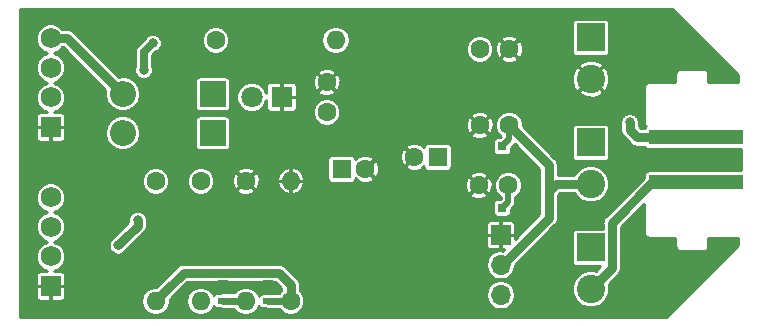
<source format=gbr>
G04 #@! TF.GenerationSoftware,KiCad,Pcbnew,(5.0.0-rc2-dev-107-g49486b83b)*
G04 #@! TF.CreationDate,2018-04-15T19:26:34+02:00*
G04 #@! TF.ProjectId,bobbycar,626F6262796361722E6B696361645F70,rev?*
G04 #@! TF.SameCoordinates,Original*
G04 #@! TF.FileFunction,Copper,L2,Bot,Signal*
G04 #@! TF.FilePolarity,Positive*
%FSLAX46Y46*%
G04 Gerber Fmt 4.6, Leading zero omitted, Abs format (unit mm)*
G04 Created by KiCad (PCBNEW (5.0.0-rc2-dev-107-g49486b83b)) date Sun Apr 15 19:26:34 2018*
%MOMM*%
%LPD*%
G01*
G04 APERTURE LIST*
%ADD10O,1.600000X1.600000*%
%ADD11C,1.600000*%
%ADD12R,0.900000X0.500000*%
%ADD13R,0.800000X0.750000*%
%ADD14O,2.200000X2.200000*%
%ADD15R,2.200000X2.200000*%
%ADD16R,1.700000X1.700000*%
%ADD17O,1.700000X1.700000*%
%ADD18R,1.600000X1.600000*%
%ADD19C,1.750000*%
%ADD20R,1.750000X1.750000*%
%ADD21R,2.400000X2.400000*%
%ADD22C,2.400000*%
%ADD23R,1.800000X1.800000*%
%ADD24C,1.800000*%
%ADD25R,8.000000X1.270000*%
%ADD26C,0.800000*%
%ADD27C,0.800000*%
%ADD28C,0.600000*%
%ADD29C,0.500000*%
%ADD30C,0.700000*%
%ADD31C,0.254000*%
G04 APERTURE END LIST*
D10*
X123952000Y-100584000D03*
D11*
X123952000Y-110744000D03*
D12*
X122047000Y-110744000D03*
X122047000Y-109244000D03*
X118237000Y-110720000D03*
X118237000Y-109220000D03*
D13*
X140347000Y-97663000D03*
X141847000Y-97663000D03*
X140347000Y-102870000D03*
X141847000Y-102870000D03*
D14*
X109728000Y-93218000D03*
D15*
X117348000Y-93218000D03*
X117348000Y-96520000D03*
D14*
X109728000Y-96520000D03*
D16*
X141732000Y-105156000D03*
D17*
X141732000Y-107696000D03*
X141732000Y-110236000D03*
D11*
X139954000Y-95885000D03*
X142454000Y-95885000D03*
X120142000Y-100584000D03*
D10*
X120142000Y-110744000D03*
D11*
X117602000Y-88646000D03*
D10*
X127762000Y-88646000D03*
X112522000Y-110744000D03*
D11*
X112522000Y-100584000D03*
X116332000Y-100584000D03*
D10*
X116332000Y-110744000D03*
D11*
X130270000Y-99568000D03*
D18*
X128270000Y-99568000D03*
X136398000Y-98552000D03*
D11*
X134398000Y-98552000D03*
X139867000Y-100965000D03*
X142367000Y-100965000D03*
X127000000Y-94742000D03*
X127000000Y-92242000D03*
X142454000Y-89408000D03*
X139954000Y-89408000D03*
D19*
X103632000Y-88512000D03*
X103632000Y-91012000D03*
X103632000Y-93512000D03*
D20*
X103632000Y-96012000D03*
X103632000Y-109474000D03*
D19*
X103632000Y-106974000D03*
X103632000Y-104474000D03*
X103632000Y-101974000D03*
D21*
X149352000Y-106228000D03*
D22*
X149352000Y-109728000D03*
X149352000Y-91948000D03*
D21*
X149352000Y-88448000D03*
X149352000Y-97338000D03*
D22*
X149352000Y-100838000D03*
D23*
X123190000Y-93472000D03*
D24*
X120650000Y-93472000D03*
D25*
X158242000Y-96906000D03*
X158242000Y-100706000D03*
D26*
X152654000Y-95631000D03*
X109347000Y-106045000D03*
X110998000Y-103886000D03*
X117094000Y-109474000D03*
X146812000Y-108966000D03*
X129032000Y-92583000D03*
X129032000Y-91757500D03*
X129032000Y-90932000D03*
X153924000Y-90805000D03*
X105410000Y-105791000D03*
X105029000Y-103251000D03*
X108966000Y-98425000D03*
X112268000Y-102616000D03*
X137541000Y-101092000D03*
X112268000Y-88900000D03*
X111506000Y-91186000D03*
D27*
X153294000Y-96906000D02*
X152654000Y-96266000D01*
X158267400Y-96906000D02*
X153294000Y-96906000D01*
X152654000Y-96266000D02*
X152654000Y-95631000D01*
D28*
X122047000Y-110744000D02*
X123952000Y-110744000D01*
D27*
X123952000Y-110744000D02*
X123952000Y-109368998D01*
X123952000Y-109368998D02*
X122953001Y-108369999D01*
X122953001Y-108369999D02*
X114896001Y-108369999D01*
X114896001Y-108369999D02*
X113321999Y-109944001D01*
X113321999Y-109944001D02*
X112522000Y-110744000D01*
X109855000Y-105537000D02*
X109347000Y-106045000D01*
X110998000Y-104394000D02*
X109855000Y-105537000D01*
D29*
X142367000Y-100965000D02*
X142367000Y-102350000D01*
X142367000Y-102350000D02*
X141847000Y-102870000D01*
D27*
X154584380Y-100706000D02*
X151152001Y-104138379D01*
X110998000Y-103886000D02*
X110998000Y-104394000D01*
X158267400Y-100706000D02*
X154584380Y-100706000D01*
X151152001Y-104138379D02*
X151152001Y-107927999D01*
X151152001Y-107927999D02*
X150551999Y-108528001D01*
X150551999Y-108528001D02*
X149352000Y-109728000D01*
D28*
X118237000Y-110720000D02*
X120118000Y-110720000D01*
X120118000Y-110720000D02*
X120142000Y-110744000D01*
D29*
X142454000Y-95885000D02*
X142454000Y-97056000D01*
X142454000Y-97056000D02*
X141847000Y-97663000D01*
D27*
X145796000Y-101473000D02*
X145796000Y-103124000D01*
X145796000Y-99227000D02*
X145796000Y-101473000D01*
X149352000Y-100838000D02*
X146431000Y-100838000D01*
X146431000Y-100838000D02*
X145796000Y-101473000D01*
X141859000Y-107696000D02*
X145796000Y-103759000D01*
X145796000Y-103759000D02*
X145796000Y-103124000D01*
X142454000Y-95885000D02*
X145796000Y-99227000D01*
X142026000Y-100838000D02*
X141986000Y-100798000D01*
D30*
X111506000Y-89662000D02*
X112268000Y-88900000D01*
X111506000Y-91186000D02*
X111506000Y-89662000D01*
D27*
X103632000Y-88512000D02*
X105022000Y-88512000D01*
X105022000Y-88512000D02*
X109728000Y-93218000D01*
D31*
G36*
X161875000Y-91618526D02*
X161875001Y-92228200D01*
X159308000Y-92228200D01*
X159308000Y-91558645D01*
X159316443Y-91516200D01*
X159282992Y-91348032D01*
X159187733Y-91205467D01*
X159045168Y-91110208D01*
X158919445Y-91085200D01*
X158877000Y-91076757D01*
X158834555Y-91085200D01*
X157014445Y-91085200D01*
X156972000Y-91076757D01*
X156929555Y-91085200D01*
X156803832Y-91110208D01*
X156661267Y-91205467D01*
X156566008Y-91348032D01*
X156532557Y-91516200D01*
X156541001Y-91558650D01*
X156541000Y-92228200D01*
X154322045Y-92228200D01*
X154279600Y-92219757D01*
X154237155Y-92228200D01*
X154111432Y-92253208D01*
X153968867Y-92348467D01*
X153873608Y-92491032D01*
X153840157Y-92659200D01*
X153848601Y-92701650D01*
X153848600Y-95563154D01*
X153840157Y-95605600D01*
X153873608Y-95773768D01*
X153877175Y-95779106D01*
X153968867Y-95916333D01*
X154027941Y-95955805D01*
X153967314Y-95996314D01*
X153883106Y-96122341D01*
X153882577Y-96125000D01*
X153617500Y-96125000D01*
X153435000Y-95942500D01*
X153435000Y-95475649D01*
X153404985Y-95403186D01*
X153389685Y-95326269D01*
X153346115Y-95261062D01*
X153316100Y-95188599D01*
X153260639Y-95133138D01*
X153217069Y-95067931D01*
X153151862Y-95024361D01*
X153096401Y-94968900D01*
X153023938Y-94938885D01*
X152958731Y-94895315D01*
X152881814Y-94880015D01*
X152809351Y-94850000D01*
X152730918Y-94850000D01*
X152654000Y-94834700D01*
X152577082Y-94850000D01*
X152498649Y-94850000D01*
X152426185Y-94880016D01*
X152349270Y-94895315D01*
X152284065Y-94938884D01*
X152211599Y-94968900D01*
X152156136Y-95024363D01*
X152090932Y-95067931D01*
X152047363Y-95133136D01*
X151991900Y-95188599D01*
X151961884Y-95261063D01*
X151918315Y-95326269D01*
X151903015Y-95403186D01*
X151873000Y-95475649D01*
X151873000Y-96189086D01*
X151857701Y-96266000D01*
X151873000Y-96342914D01*
X151873000Y-96342917D01*
X151918315Y-96570730D01*
X152090931Y-96829069D01*
X152156141Y-96872641D01*
X152687359Y-97403859D01*
X152730931Y-97469069D01*
X152931883Y-97603341D01*
X152989269Y-97641685D01*
X153294000Y-97702300D01*
X153370918Y-97687000D01*
X153882577Y-97687000D01*
X153883106Y-97689659D01*
X153967314Y-97815686D01*
X154093341Y-97899894D01*
X154242000Y-97929464D01*
X162078201Y-97929464D01*
X162078200Y-99682536D01*
X154242000Y-99682536D01*
X154093341Y-99712106D01*
X153967314Y-99796314D01*
X153883106Y-99922341D01*
X153853536Y-100071000D01*
X153853536Y-100332343D01*
X150654142Y-103531738D01*
X150588932Y-103575310D01*
X150416316Y-103833649D01*
X150371001Y-104061462D01*
X150371001Y-104061465D01*
X150355702Y-104138379D01*
X150371001Y-104215293D01*
X150371001Y-104639536D01*
X148152000Y-104639536D01*
X148003341Y-104669106D01*
X147877314Y-104753314D01*
X147793106Y-104879341D01*
X147763536Y-105028000D01*
X147763536Y-107428000D01*
X147793106Y-107576659D01*
X147877314Y-107702686D01*
X148003341Y-107786894D01*
X148152000Y-107816464D01*
X150159036Y-107816464D01*
X150054140Y-107921360D01*
X150054137Y-107921362D01*
X149781045Y-108194454D01*
X149666481Y-108147000D01*
X149037519Y-108147000D01*
X148456435Y-108387693D01*
X148011693Y-108832435D01*
X147771000Y-109413519D01*
X147771000Y-110042481D01*
X148011693Y-110623565D01*
X148456435Y-111068307D01*
X149037519Y-111309000D01*
X149666481Y-111309000D01*
X150247565Y-111068307D01*
X150692307Y-110623565D01*
X150933000Y-110042481D01*
X150933000Y-109413519D01*
X150885546Y-109298955D01*
X151158638Y-109025863D01*
X151158640Y-109025860D01*
X151649863Y-108534638D01*
X151715070Y-108491068D01*
X151787159Y-108383180D01*
X151887686Y-108232730D01*
X151888229Y-108230000D01*
X151933001Y-108004917D01*
X151933001Y-108004913D01*
X151948300Y-107927999D01*
X151933001Y-107851085D01*
X151933001Y-104461879D01*
X153848601Y-102546280D01*
X153848600Y-104910354D01*
X153840157Y-104952800D01*
X153873608Y-105120968D01*
X153947978Y-105232270D01*
X153968867Y-105263533D01*
X154111432Y-105358792D01*
X154279600Y-105392243D01*
X154322045Y-105383800D01*
X156541001Y-105383800D01*
X156541000Y-106053354D01*
X156532557Y-106095800D01*
X156566008Y-106263968D01*
X156661267Y-106406533D01*
X156803832Y-106501792D01*
X156972000Y-106535243D01*
X157014445Y-106526800D01*
X158834555Y-106526800D01*
X158877000Y-106535243D01*
X158919445Y-106526800D01*
X159045168Y-106501792D01*
X159187733Y-106406533D01*
X159282992Y-106263968D01*
X159316443Y-106095800D01*
X159308000Y-106053355D01*
X159308000Y-105383800D01*
X161875001Y-105383800D01*
X161875000Y-105993474D01*
X155777475Y-112091000D01*
X101015000Y-112091000D01*
X101015000Y-110744000D01*
X111317863Y-110744000D01*
X111409522Y-111204803D01*
X111670547Y-111595453D01*
X112061197Y-111856478D01*
X112405682Y-111925000D01*
X112638318Y-111925000D01*
X112982803Y-111856478D01*
X113373453Y-111595453D01*
X113634478Y-111204803D01*
X113726137Y-110744000D01*
X113709606Y-110660894D01*
X113928638Y-110441863D01*
X113928640Y-110441860D01*
X115219502Y-109150999D01*
X122629501Y-109150999D01*
X123171001Y-109692499D01*
X123171001Y-109854813D01*
X122962814Y-110063000D01*
X121979931Y-110063000D01*
X121781287Y-110102513D01*
X121776763Y-110105536D01*
X121597000Y-110105536D01*
X121448341Y-110135106D01*
X121322314Y-110219314D01*
X121260248Y-110312203D01*
X121254478Y-110283197D01*
X120993453Y-109892547D01*
X120602803Y-109631522D01*
X120258318Y-109563000D01*
X120025682Y-109563000D01*
X119681197Y-109631522D01*
X119290547Y-109892547D01*
X119192690Y-110039000D01*
X118169931Y-110039000D01*
X117971287Y-110078513D01*
X117966763Y-110081536D01*
X117787000Y-110081536D01*
X117638341Y-110111106D01*
X117512314Y-110195314D01*
X117446569Y-110293709D01*
X117444478Y-110283197D01*
X117183453Y-109892547D01*
X116792803Y-109631522D01*
X116448318Y-109563000D01*
X116215682Y-109563000D01*
X115871197Y-109631522D01*
X115480547Y-109892547D01*
X115219522Y-110283197D01*
X115127863Y-110744000D01*
X115219522Y-111204803D01*
X115480547Y-111595453D01*
X115871197Y-111856478D01*
X116215682Y-111925000D01*
X116448318Y-111925000D01*
X116792803Y-111856478D01*
X117183453Y-111595453D01*
X117444478Y-111204803D01*
X117453926Y-111157302D01*
X117512314Y-111244686D01*
X117638341Y-111328894D01*
X117787000Y-111358464D01*
X117966763Y-111358464D01*
X117971287Y-111361487D01*
X118169931Y-111401000D01*
X119160617Y-111401000D01*
X119290547Y-111595453D01*
X119681197Y-111856478D01*
X120025682Y-111925000D01*
X120258318Y-111925000D01*
X120602803Y-111856478D01*
X120993453Y-111595453D01*
X121254478Y-111204803D01*
X121260248Y-111175797D01*
X121322314Y-111268686D01*
X121448341Y-111352894D01*
X121597000Y-111382464D01*
X121776763Y-111382464D01*
X121781287Y-111385487D01*
X121979931Y-111425000D01*
X122962814Y-111425000D01*
X123283017Y-111745203D01*
X123717085Y-111925000D01*
X124186915Y-111925000D01*
X124620983Y-111745203D01*
X124953203Y-111412983D01*
X125133000Y-110978915D01*
X125133000Y-110509085D01*
X125019885Y-110236000D01*
X140476884Y-110236000D01*
X140572424Y-110716312D01*
X140844499Y-111123501D01*
X141251688Y-111395576D01*
X141610761Y-111467000D01*
X141853239Y-111467000D01*
X142212312Y-111395576D01*
X142619501Y-111123501D01*
X142891576Y-110716312D01*
X142987116Y-110236000D01*
X142891576Y-109755688D01*
X142619501Y-109348499D01*
X142212312Y-109076424D01*
X141853239Y-109005000D01*
X141610761Y-109005000D01*
X141251688Y-109076424D01*
X140844499Y-109348499D01*
X140572424Y-109755688D01*
X140476884Y-110236000D01*
X125019885Y-110236000D01*
X124953203Y-110075017D01*
X124733000Y-109854814D01*
X124733000Y-109445912D01*
X124748299Y-109368998D01*
X124733000Y-109292084D01*
X124733000Y-109292080D01*
X124687685Y-109064267D01*
X124515069Y-108805929D01*
X124449862Y-108762359D01*
X123559642Y-107872140D01*
X123516070Y-107806930D01*
X123350052Y-107696000D01*
X140476884Y-107696000D01*
X140572424Y-108176312D01*
X140844499Y-108583501D01*
X141251688Y-108855576D01*
X141610761Y-108927000D01*
X141853239Y-108927000D01*
X142212312Y-108855576D01*
X142619501Y-108583501D01*
X142891576Y-108176312D01*
X142987116Y-107696000D01*
X142983198Y-107676302D01*
X146293863Y-104365638D01*
X146359069Y-104322069D01*
X146531685Y-104063731D01*
X146577000Y-103835918D01*
X146577000Y-103835914D01*
X146592299Y-103759000D01*
X146577000Y-103682086D01*
X146577000Y-101796500D01*
X146754500Y-101619000D01*
X147964239Y-101619000D01*
X148011693Y-101733565D01*
X148456435Y-102178307D01*
X149037519Y-102419000D01*
X149666481Y-102419000D01*
X150247565Y-102178307D01*
X150692307Y-101733565D01*
X150933000Y-101152481D01*
X150933000Y-100523519D01*
X150692307Y-99942435D01*
X150247565Y-99497693D01*
X149666481Y-99257000D01*
X149037519Y-99257000D01*
X148456435Y-99497693D01*
X148011693Y-99942435D01*
X147964239Y-100057000D01*
X146577000Y-100057000D01*
X146577000Y-99303918D01*
X146592300Y-99227000D01*
X146531685Y-98922269D01*
X146457126Y-98810684D01*
X146359069Y-98663931D01*
X146293860Y-98620360D01*
X143811500Y-96138000D01*
X147763536Y-96138000D01*
X147763536Y-98538000D01*
X147793106Y-98686659D01*
X147877314Y-98812686D01*
X148003341Y-98896894D01*
X148152000Y-98926464D01*
X150552000Y-98926464D01*
X150700659Y-98896894D01*
X150826686Y-98812686D01*
X150910894Y-98686659D01*
X150940464Y-98538000D01*
X150940464Y-96138000D01*
X150910894Y-95989341D01*
X150826686Y-95863314D01*
X150700659Y-95779106D01*
X150552000Y-95749536D01*
X148152000Y-95749536D01*
X148003341Y-95779106D01*
X147877314Y-95863314D01*
X147793106Y-95989341D01*
X147763536Y-96138000D01*
X143811500Y-96138000D01*
X143635000Y-95961500D01*
X143635000Y-95650085D01*
X143455203Y-95216017D01*
X143122983Y-94883797D01*
X142688915Y-94704000D01*
X142219085Y-94704000D01*
X141785017Y-94883797D01*
X141452797Y-95216017D01*
X141273000Y-95650085D01*
X141273000Y-96119915D01*
X141452797Y-96553983D01*
X141758223Y-96859409D01*
X141718096Y-96899536D01*
X141447000Y-96899536D01*
X141298341Y-96929106D01*
X141172314Y-97013314D01*
X141088106Y-97139341D01*
X141058536Y-97288000D01*
X141058536Y-98038000D01*
X141088106Y-98186659D01*
X141172314Y-98312686D01*
X141298341Y-98396894D01*
X141447000Y-98426464D01*
X142247000Y-98426464D01*
X142395659Y-98396894D01*
X142521686Y-98312686D01*
X142605894Y-98186659D01*
X142635464Y-98038000D01*
X142635464Y-97766904D01*
X142856235Y-97546133D01*
X142908926Y-97510926D01*
X142935562Y-97471062D01*
X145015000Y-99550500D01*
X145015001Y-101396078D01*
X145015000Y-101396083D01*
X145015000Y-101396086D01*
X144999701Y-101473000D01*
X145015000Y-101549914D01*
X145015001Y-103047077D01*
X145015000Y-103047082D01*
X145015000Y-103435499D01*
X142963000Y-105487500D01*
X142963000Y-105274250D01*
X142867750Y-105179000D01*
X141755000Y-105179000D01*
X141755000Y-106291750D01*
X141850250Y-106387000D01*
X142063500Y-106387000D01*
X141963556Y-106486943D01*
X141853239Y-106465000D01*
X141610761Y-106465000D01*
X141251688Y-106536424D01*
X140844499Y-106808499D01*
X140572424Y-107215688D01*
X140476884Y-107696000D01*
X123350052Y-107696000D01*
X123257732Y-107634314D01*
X123029919Y-107588999D01*
X123029915Y-107588999D01*
X122953001Y-107573700D01*
X122876087Y-107588999D01*
X114972915Y-107588999D01*
X114896001Y-107573700D01*
X114819087Y-107588999D01*
X114819083Y-107588999D01*
X114591270Y-107634314D01*
X114332932Y-107806930D01*
X114289362Y-107872137D01*
X112824140Y-109337360D01*
X112824137Y-109337362D01*
X112598499Y-109563000D01*
X112405682Y-109563000D01*
X112061197Y-109631522D01*
X111670547Y-109892547D01*
X111409522Y-110283197D01*
X111317863Y-110744000D01*
X101015000Y-110744000D01*
X101015000Y-109592250D01*
X102376000Y-109592250D01*
X102376000Y-110424786D01*
X102434004Y-110564820D01*
X102541181Y-110671996D01*
X102681215Y-110730000D01*
X103513750Y-110730000D01*
X103609000Y-110634750D01*
X103609000Y-109497000D01*
X103655000Y-109497000D01*
X103655000Y-110634750D01*
X103750250Y-110730000D01*
X104582785Y-110730000D01*
X104722819Y-110671996D01*
X104829996Y-110564820D01*
X104888000Y-110424786D01*
X104888000Y-109592250D01*
X104792750Y-109497000D01*
X103655000Y-109497000D01*
X103609000Y-109497000D01*
X102471250Y-109497000D01*
X102376000Y-109592250D01*
X101015000Y-109592250D01*
X101015000Y-101724166D01*
X102376000Y-101724166D01*
X102376000Y-102223834D01*
X102567215Y-102685467D01*
X102920533Y-103038785D01*
X103367681Y-103224000D01*
X102920533Y-103409215D01*
X102567215Y-103762533D01*
X102376000Y-104224166D01*
X102376000Y-104723834D01*
X102567215Y-105185467D01*
X102920533Y-105538785D01*
X103367681Y-105724000D01*
X102920533Y-105909215D01*
X102567215Y-106262533D01*
X102376000Y-106724166D01*
X102376000Y-107223834D01*
X102567215Y-107685467D01*
X102920533Y-108038785D01*
X103353195Y-108218000D01*
X102681215Y-108218000D01*
X102541181Y-108276004D01*
X102434004Y-108383180D01*
X102376000Y-108523214D01*
X102376000Y-109355750D01*
X102471250Y-109451000D01*
X103609000Y-109451000D01*
X103609000Y-109431000D01*
X103655000Y-109431000D01*
X103655000Y-109451000D01*
X104792750Y-109451000D01*
X104888000Y-109355750D01*
X104888000Y-108523214D01*
X104829996Y-108383180D01*
X104722819Y-108276004D01*
X104582785Y-108218000D01*
X103910805Y-108218000D01*
X104343467Y-108038785D01*
X104696785Y-107685467D01*
X104888000Y-107223834D01*
X104888000Y-106724166D01*
X104696785Y-106262533D01*
X104479252Y-106045000D01*
X108550701Y-106045000D01*
X108566000Y-106121914D01*
X108566000Y-106200351D01*
X108596016Y-106272816D01*
X108611315Y-106349730D01*
X108654884Y-106414936D01*
X108684900Y-106487401D01*
X108740362Y-106542863D01*
X108783931Y-106608069D01*
X108849137Y-106651638D01*
X108904599Y-106707100D01*
X108977064Y-106737116D01*
X109042270Y-106780685D01*
X109119184Y-106795984D01*
X109191649Y-106826000D01*
X109270086Y-106826000D01*
X109347000Y-106841299D01*
X109423914Y-106826000D01*
X109502351Y-106826000D01*
X109574816Y-106795984D01*
X109651730Y-106780685D01*
X109716935Y-106737116D01*
X109789401Y-106707100D01*
X110461639Y-106034862D01*
X110461641Y-106034859D01*
X111222250Y-105274250D01*
X140501000Y-105274250D01*
X140501000Y-106081785D01*
X140559004Y-106221819D01*
X140666180Y-106328996D01*
X140806214Y-106387000D01*
X141613750Y-106387000D01*
X141709000Y-106291750D01*
X141709000Y-105179000D01*
X140596250Y-105179000D01*
X140501000Y-105274250D01*
X111222250Y-105274250D01*
X111495862Y-105000639D01*
X111561069Y-104957069D01*
X111733685Y-104698731D01*
X111779000Y-104470918D01*
X111779000Y-104470915D01*
X111794299Y-104394001D01*
X111779000Y-104317087D01*
X111779000Y-104230215D01*
X140501000Y-104230215D01*
X140501000Y-105037750D01*
X140596250Y-105133000D01*
X141709000Y-105133000D01*
X141709000Y-104020250D01*
X141755000Y-104020250D01*
X141755000Y-105133000D01*
X142867750Y-105133000D01*
X142963000Y-105037750D01*
X142963000Y-104230215D01*
X142904996Y-104090181D01*
X142797820Y-103983004D01*
X142657786Y-103925000D01*
X141850250Y-103925000D01*
X141755000Y-104020250D01*
X141709000Y-104020250D01*
X141613750Y-103925000D01*
X140806214Y-103925000D01*
X140666180Y-103983004D01*
X140559004Y-104090181D01*
X140501000Y-104230215D01*
X111779000Y-104230215D01*
X111779000Y-103730649D01*
X111748985Y-103658186D01*
X111733685Y-103581269D01*
X111690115Y-103516062D01*
X111660100Y-103443599D01*
X111604639Y-103388138D01*
X111561069Y-103322931D01*
X111495863Y-103279362D01*
X111440401Y-103223900D01*
X111367936Y-103193884D01*
X111302730Y-103150315D01*
X111225815Y-103135016D01*
X111153351Y-103105000D01*
X111074918Y-103105000D01*
X110998000Y-103089700D01*
X110921082Y-103105000D01*
X110842649Y-103105000D01*
X110770186Y-103135015D01*
X110693269Y-103150315D01*
X110628062Y-103193885D01*
X110555599Y-103223900D01*
X110500138Y-103279361D01*
X110434931Y-103322931D01*
X110391362Y-103388137D01*
X110335900Y-103443599D01*
X110305884Y-103516064D01*
X110262315Y-103581270D01*
X110247016Y-103658185D01*
X110217000Y-103730649D01*
X110217000Y-104070499D01*
X109357141Y-104930359D01*
X109357138Y-104930361D01*
X108684900Y-105602599D01*
X108654884Y-105675065D01*
X108611315Y-105740270D01*
X108596016Y-105817184D01*
X108566000Y-105889649D01*
X108566000Y-105968086D01*
X108550701Y-106045000D01*
X104479252Y-106045000D01*
X104343467Y-105909215D01*
X103896319Y-105724000D01*
X104343467Y-105538785D01*
X104696785Y-105185467D01*
X104888000Y-104723834D01*
X104888000Y-104224166D01*
X104696785Y-103762533D01*
X104343467Y-103409215D01*
X103896319Y-103224000D01*
X104343467Y-103038785D01*
X104696785Y-102685467D01*
X104775679Y-102495000D01*
X141058536Y-102495000D01*
X141058536Y-103245000D01*
X141088106Y-103393659D01*
X141172314Y-103519686D01*
X141298341Y-103603894D01*
X141447000Y-103633464D01*
X142247000Y-103633464D01*
X142395659Y-103603894D01*
X142521686Y-103519686D01*
X142605894Y-103393659D01*
X142635464Y-103245000D01*
X142635464Y-102973905D01*
X142769238Y-102840131D01*
X142821926Y-102804926D01*
X142961389Y-102596204D01*
X142998000Y-102412148D01*
X143010362Y-102350001D01*
X142998000Y-102287854D01*
X142998000Y-101981936D01*
X143035983Y-101966203D01*
X143368203Y-101633983D01*
X143548000Y-101199915D01*
X143548000Y-100730085D01*
X143368203Y-100296017D01*
X143035983Y-99963797D01*
X142601915Y-99784000D01*
X142132085Y-99784000D01*
X141698017Y-99963797D01*
X141434841Y-100226973D01*
X141422931Y-100234931D01*
X141414973Y-100246841D01*
X141365797Y-100296017D01*
X141339183Y-100360270D01*
X141250315Y-100493270D01*
X141219110Y-100650151D01*
X141186000Y-100730085D01*
X141186000Y-101199915D01*
X141365797Y-101633983D01*
X141698017Y-101966203D01*
X141736001Y-101981936D01*
X141736001Y-102088631D01*
X141718095Y-102106536D01*
X141447000Y-102106536D01*
X141298341Y-102136106D01*
X141172314Y-102220314D01*
X141088106Y-102346341D01*
X141058536Y-102495000D01*
X104775679Y-102495000D01*
X104888000Y-102223834D01*
X104888000Y-101724166D01*
X104696785Y-101262533D01*
X104343467Y-100909215D01*
X103881834Y-100718000D01*
X103382166Y-100718000D01*
X102920533Y-100909215D01*
X102567215Y-101262533D01*
X102376000Y-101724166D01*
X101015000Y-101724166D01*
X101015000Y-100349085D01*
X111341000Y-100349085D01*
X111341000Y-100818915D01*
X111520797Y-101252983D01*
X111853017Y-101585203D01*
X112287085Y-101765000D01*
X112756915Y-101765000D01*
X113190983Y-101585203D01*
X113523203Y-101252983D01*
X113703000Y-100818915D01*
X113703000Y-100349085D01*
X115151000Y-100349085D01*
X115151000Y-100818915D01*
X115330797Y-101252983D01*
X115663017Y-101585203D01*
X116097085Y-101765000D01*
X116566915Y-101765000D01*
X117000983Y-101585203D01*
X117201990Y-101384196D01*
X119374331Y-101384196D01*
X119452963Y-101571509D01*
X119883316Y-101760023D01*
X120353051Y-101769498D01*
X120364059Y-101765196D01*
X139099331Y-101765196D01*
X139177963Y-101952509D01*
X139608316Y-102141023D01*
X140078051Y-102150498D01*
X140515656Y-101979492D01*
X140556037Y-101952509D01*
X140634669Y-101765196D01*
X139867000Y-100997527D01*
X139099331Y-101765196D01*
X120364059Y-101765196D01*
X120790656Y-101598492D01*
X120831037Y-101571509D01*
X120909669Y-101384196D01*
X120142000Y-100616527D01*
X119374331Y-101384196D01*
X117201990Y-101384196D01*
X117333203Y-101252983D01*
X117513000Y-100818915D01*
X117513000Y-100795051D01*
X118956502Y-100795051D01*
X119127508Y-101232656D01*
X119154491Y-101273037D01*
X119341804Y-101351669D01*
X120109473Y-100584000D01*
X120174527Y-100584000D01*
X120942196Y-101351669D01*
X121129509Y-101273037D01*
X121318023Y-100842684D01*
X121319056Y-100791431D01*
X122789357Y-100791431D01*
X122957238Y-101220565D01*
X123276563Y-101552788D01*
X123698717Y-101737522D01*
X123744569Y-101746641D01*
X123929000Y-101669506D01*
X123929000Y-100607000D01*
X123975000Y-100607000D01*
X123975000Y-101669506D01*
X124159431Y-101746641D01*
X124205283Y-101737522D01*
X124627437Y-101552788D01*
X124946762Y-101220565D01*
X124964176Y-101176051D01*
X138681502Y-101176051D01*
X138852508Y-101613656D01*
X138879491Y-101654037D01*
X139066804Y-101732669D01*
X139834473Y-100965000D01*
X139899527Y-100965000D01*
X140667196Y-101732669D01*
X140854509Y-101654037D01*
X141043023Y-101223684D01*
X141052498Y-100753949D01*
X140881492Y-100316344D01*
X140854509Y-100275963D01*
X140667196Y-100197331D01*
X139899527Y-100965000D01*
X139834473Y-100965000D01*
X139066804Y-100197331D01*
X138879491Y-100275963D01*
X138690977Y-100706316D01*
X138681502Y-101176051D01*
X124964176Y-101176051D01*
X125114643Y-100791431D01*
X125037528Y-100607000D01*
X123975000Y-100607000D01*
X123929000Y-100607000D01*
X122866472Y-100607000D01*
X122789357Y-100791431D01*
X121319056Y-100791431D01*
X121327424Y-100376569D01*
X122789357Y-100376569D01*
X122866472Y-100561000D01*
X123929000Y-100561000D01*
X123929000Y-99498494D01*
X123975000Y-99498494D01*
X123975000Y-100561000D01*
X125037528Y-100561000D01*
X125114643Y-100376569D01*
X124946762Y-99947435D01*
X124627437Y-99615212D01*
X124205283Y-99430478D01*
X124159431Y-99421359D01*
X123975000Y-99498494D01*
X123929000Y-99498494D01*
X123744569Y-99421359D01*
X123698717Y-99430478D01*
X123276563Y-99615212D01*
X122957238Y-99947435D01*
X122789357Y-100376569D01*
X121327424Y-100376569D01*
X121327498Y-100372949D01*
X121156492Y-99935344D01*
X121129509Y-99894963D01*
X120942196Y-99816331D01*
X120174527Y-100584000D01*
X120109473Y-100584000D01*
X119341804Y-99816331D01*
X119154491Y-99894963D01*
X118965977Y-100325316D01*
X118956502Y-100795051D01*
X117513000Y-100795051D01*
X117513000Y-100349085D01*
X117333203Y-99915017D01*
X117201990Y-99783804D01*
X119374331Y-99783804D01*
X120142000Y-100551473D01*
X120909669Y-99783804D01*
X120831037Y-99596491D01*
X120400684Y-99407977D01*
X119930949Y-99398502D01*
X119493344Y-99569508D01*
X119452963Y-99596491D01*
X119374331Y-99783804D01*
X117201990Y-99783804D01*
X117000983Y-99582797D01*
X116566915Y-99403000D01*
X116097085Y-99403000D01*
X115663017Y-99582797D01*
X115330797Y-99915017D01*
X115151000Y-100349085D01*
X113703000Y-100349085D01*
X113523203Y-99915017D01*
X113190983Y-99582797D01*
X112756915Y-99403000D01*
X112287085Y-99403000D01*
X111853017Y-99582797D01*
X111520797Y-99915017D01*
X111341000Y-100349085D01*
X101015000Y-100349085D01*
X101015000Y-98768000D01*
X127081536Y-98768000D01*
X127081536Y-100368000D01*
X127111106Y-100516659D01*
X127195314Y-100642686D01*
X127321341Y-100726894D01*
X127470000Y-100756464D01*
X129070000Y-100756464D01*
X129218659Y-100726894D01*
X129344686Y-100642686D01*
X129428894Y-100516659D01*
X129447522Y-100423008D01*
X129502332Y-100368198D01*
X129580963Y-100555509D01*
X130011316Y-100744023D01*
X130481051Y-100753498D01*
X130918656Y-100582492D01*
X130959037Y-100555509D01*
X131037669Y-100368196D01*
X130270000Y-99600527D01*
X130255858Y-99614669D01*
X130223331Y-99582142D01*
X130237473Y-99568000D01*
X130302527Y-99568000D01*
X131070196Y-100335669D01*
X131257509Y-100257037D01*
X131297911Y-100164804D01*
X139099331Y-100164804D01*
X139867000Y-100932473D01*
X140634669Y-100164804D01*
X140556037Y-99977491D01*
X140125684Y-99788977D01*
X139655949Y-99779502D01*
X139218344Y-99950508D01*
X139177963Y-99977491D01*
X139099331Y-100164804D01*
X131297911Y-100164804D01*
X131446023Y-99826684D01*
X131455498Y-99356949D01*
X131284492Y-98919344D01*
X131257509Y-98878963D01*
X131070196Y-98800331D01*
X130302527Y-99568000D01*
X130237473Y-99568000D01*
X130223331Y-99553858D01*
X130255858Y-99521331D01*
X130270000Y-99535473D01*
X131037669Y-98767804D01*
X131035674Y-98763051D01*
X133212502Y-98763051D01*
X133383508Y-99200656D01*
X133410491Y-99241037D01*
X133597804Y-99319669D01*
X134365473Y-98552000D01*
X133597804Y-97784331D01*
X133410491Y-97862963D01*
X133221977Y-98293316D01*
X133212502Y-98763051D01*
X131035674Y-98763051D01*
X130959037Y-98580491D01*
X130528684Y-98391977D01*
X130058949Y-98382502D01*
X129621344Y-98553508D01*
X129580963Y-98580491D01*
X129502332Y-98767802D01*
X129447522Y-98712992D01*
X129428894Y-98619341D01*
X129344686Y-98493314D01*
X129218659Y-98409106D01*
X129070000Y-98379536D01*
X127470000Y-98379536D01*
X127321341Y-98409106D01*
X127195314Y-98493314D01*
X127111106Y-98619341D01*
X127081536Y-98768000D01*
X101015000Y-98768000D01*
X101015000Y-96130250D01*
X102376000Y-96130250D01*
X102376000Y-96962786D01*
X102434004Y-97102820D01*
X102541181Y-97209996D01*
X102681215Y-97268000D01*
X103513750Y-97268000D01*
X103609000Y-97172750D01*
X103609000Y-96035000D01*
X103655000Y-96035000D01*
X103655000Y-97172750D01*
X103750250Y-97268000D01*
X104582785Y-97268000D01*
X104722819Y-97209996D01*
X104829996Y-97102820D01*
X104888000Y-96962786D01*
X104888000Y-96520000D01*
X108217986Y-96520000D01*
X108332929Y-97097857D01*
X108660259Y-97587741D01*
X109150143Y-97915071D01*
X109582137Y-98001000D01*
X109873863Y-98001000D01*
X110305857Y-97915071D01*
X110795741Y-97587741D01*
X111123071Y-97097857D01*
X111238014Y-96520000D01*
X111123071Y-95942143D01*
X110795741Y-95452259D01*
X110747462Y-95420000D01*
X115859536Y-95420000D01*
X115859536Y-97620000D01*
X115889106Y-97768659D01*
X115973314Y-97894686D01*
X116099341Y-97978894D01*
X116248000Y-98008464D01*
X118448000Y-98008464D01*
X118596659Y-97978894D01*
X118722686Y-97894686D01*
X118806894Y-97768659D01*
X118810246Y-97751804D01*
X133630331Y-97751804D01*
X134398000Y-98519473D01*
X134412142Y-98505331D01*
X134444669Y-98537858D01*
X134430527Y-98552000D01*
X134444669Y-98566142D01*
X134412142Y-98598669D01*
X134398000Y-98584527D01*
X133630331Y-99352196D01*
X133708963Y-99539509D01*
X134139316Y-99728023D01*
X134609051Y-99737498D01*
X135046656Y-99566492D01*
X135087037Y-99539509D01*
X135165668Y-99352198D01*
X135220478Y-99407008D01*
X135239106Y-99500659D01*
X135323314Y-99626686D01*
X135449341Y-99710894D01*
X135598000Y-99740464D01*
X137198000Y-99740464D01*
X137346659Y-99710894D01*
X137472686Y-99626686D01*
X137556894Y-99500659D01*
X137586464Y-99352000D01*
X137586464Y-97752000D01*
X137556894Y-97603341D01*
X137472686Y-97477314D01*
X137346659Y-97393106D01*
X137198000Y-97363536D01*
X135598000Y-97363536D01*
X135449341Y-97393106D01*
X135323314Y-97477314D01*
X135239106Y-97603341D01*
X135220478Y-97696992D01*
X135165668Y-97751802D01*
X135087037Y-97564491D01*
X134656684Y-97375977D01*
X134186949Y-97366502D01*
X133749344Y-97537508D01*
X133708963Y-97564491D01*
X133630331Y-97751804D01*
X118810246Y-97751804D01*
X118836464Y-97620000D01*
X118836464Y-96685196D01*
X139186331Y-96685196D01*
X139264963Y-96872509D01*
X139695316Y-97061023D01*
X140165051Y-97070498D01*
X140602656Y-96899492D01*
X140643037Y-96872509D01*
X140721669Y-96685196D01*
X139954000Y-95917527D01*
X139186331Y-96685196D01*
X118836464Y-96685196D01*
X118836464Y-96096051D01*
X138768502Y-96096051D01*
X138939508Y-96533656D01*
X138966491Y-96574037D01*
X139153804Y-96652669D01*
X139921473Y-95885000D01*
X139986527Y-95885000D01*
X140754196Y-96652669D01*
X140941509Y-96574037D01*
X141130023Y-96143684D01*
X141139498Y-95673949D01*
X140968492Y-95236344D01*
X140941509Y-95195963D01*
X140754196Y-95117331D01*
X139986527Y-95885000D01*
X139921473Y-95885000D01*
X139153804Y-95117331D01*
X138966491Y-95195963D01*
X138777977Y-95626316D01*
X138768502Y-96096051D01*
X118836464Y-96096051D01*
X118836464Y-95420000D01*
X118806894Y-95271341D01*
X118722686Y-95145314D01*
X118596659Y-95061106D01*
X118448000Y-95031536D01*
X116248000Y-95031536D01*
X116099341Y-95061106D01*
X115973314Y-95145314D01*
X115889106Y-95271341D01*
X115859536Y-95420000D01*
X110747462Y-95420000D01*
X110305857Y-95124929D01*
X109873863Y-95039000D01*
X109582137Y-95039000D01*
X109150143Y-95124929D01*
X108660259Y-95452259D01*
X108332929Y-95942143D01*
X108217986Y-96520000D01*
X104888000Y-96520000D01*
X104888000Y-96130250D01*
X104792750Y-96035000D01*
X103655000Y-96035000D01*
X103609000Y-96035000D01*
X102471250Y-96035000D01*
X102376000Y-96130250D01*
X101015000Y-96130250D01*
X101015000Y-88262166D01*
X102376000Y-88262166D01*
X102376000Y-88761834D01*
X102567215Y-89223467D01*
X102920533Y-89576785D01*
X103367681Y-89762000D01*
X102920533Y-89947215D01*
X102567215Y-90300533D01*
X102376000Y-90762166D01*
X102376000Y-91261834D01*
X102567215Y-91723467D01*
X102920533Y-92076785D01*
X103367681Y-92262000D01*
X102920533Y-92447215D01*
X102567215Y-92800533D01*
X102376000Y-93262166D01*
X102376000Y-93761834D01*
X102567215Y-94223467D01*
X102920533Y-94576785D01*
X103353195Y-94756000D01*
X102681215Y-94756000D01*
X102541181Y-94814004D01*
X102434004Y-94921180D01*
X102376000Y-95061214D01*
X102376000Y-95893750D01*
X102471250Y-95989000D01*
X103609000Y-95989000D01*
X103609000Y-95969000D01*
X103655000Y-95969000D01*
X103655000Y-95989000D01*
X104792750Y-95989000D01*
X104888000Y-95893750D01*
X104888000Y-95061214D01*
X104829996Y-94921180D01*
X104722819Y-94814004D01*
X104582785Y-94756000D01*
X103910805Y-94756000D01*
X104343467Y-94576785D01*
X104696785Y-94223467D01*
X104888000Y-93761834D01*
X104888000Y-93262166D01*
X104696785Y-92800533D01*
X104343467Y-92447215D01*
X103896319Y-92262000D01*
X104343467Y-92076785D01*
X104696785Y-91723467D01*
X104888000Y-91261834D01*
X104888000Y-90762166D01*
X104696785Y-90300533D01*
X104343467Y-89947215D01*
X103896319Y-89762000D01*
X104343467Y-89576785D01*
X104627252Y-89293000D01*
X104698500Y-89293000D01*
X108285265Y-92879766D01*
X108217986Y-93218000D01*
X108332929Y-93795857D01*
X108660259Y-94285741D01*
X109150143Y-94613071D01*
X109582137Y-94699000D01*
X109873863Y-94699000D01*
X110305857Y-94613071D01*
X110795741Y-94285741D01*
X111123071Y-93795857D01*
X111238014Y-93218000D01*
X111123071Y-92640143D01*
X110795741Y-92150259D01*
X110747462Y-92118000D01*
X115859536Y-92118000D01*
X115859536Y-94318000D01*
X115889106Y-94466659D01*
X115973314Y-94592686D01*
X116099341Y-94676894D01*
X116248000Y-94706464D01*
X118448000Y-94706464D01*
X118596659Y-94676894D01*
X118722686Y-94592686D01*
X118806894Y-94466659D01*
X118836464Y-94318000D01*
X118836464Y-93217193D01*
X119369000Y-93217193D01*
X119369000Y-93726807D01*
X119564021Y-94197628D01*
X119924372Y-94557979D01*
X120395193Y-94753000D01*
X120904807Y-94753000D01*
X121375628Y-94557979D01*
X121735979Y-94197628D01*
X121909000Y-93779920D01*
X121909000Y-94447785D01*
X121967004Y-94587819D01*
X122074180Y-94694996D01*
X122214214Y-94753000D01*
X123071750Y-94753000D01*
X123167000Y-94657750D01*
X123167000Y-93495000D01*
X123213000Y-93495000D01*
X123213000Y-94657750D01*
X123308250Y-94753000D01*
X124165786Y-94753000D01*
X124305820Y-94694996D01*
X124412996Y-94587819D01*
X124446437Y-94507085D01*
X125819000Y-94507085D01*
X125819000Y-94976915D01*
X125998797Y-95410983D01*
X126331017Y-95743203D01*
X126765085Y-95923000D01*
X127234915Y-95923000D01*
X127668983Y-95743203D01*
X128001203Y-95410983D01*
X128136310Y-95084804D01*
X139186331Y-95084804D01*
X139954000Y-95852473D01*
X140721669Y-95084804D01*
X140643037Y-94897491D01*
X140212684Y-94708977D01*
X139742949Y-94699502D01*
X139305344Y-94870508D01*
X139264963Y-94897491D01*
X139186331Y-95084804D01*
X128136310Y-95084804D01*
X128181000Y-94976915D01*
X128181000Y-94507085D01*
X128001203Y-94073017D01*
X127668983Y-93740797D01*
X127234915Y-93561000D01*
X126765085Y-93561000D01*
X126331017Y-93740797D01*
X125998797Y-94073017D01*
X125819000Y-94507085D01*
X124446437Y-94507085D01*
X124471000Y-94447785D01*
X124471000Y-93590250D01*
X124375750Y-93495000D01*
X123213000Y-93495000D01*
X123167000Y-93495000D01*
X123147000Y-93495000D01*
X123147000Y-93449000D01*
X123167000Y-93449000D01*
X123167000Y-92286250D01*
X123213000Y-92286250D01*
X123213000Y-93449000D01*
X124375750Y-93449000D01*
X124471000Y-93353750D01*
X124471000Y-93042196D01*
X126232331Y-93042196D01*
X126310963Y-93229509D01*
X126741316Y-93418023D01*
X127211051Y-93427498D01*
X127648656Y-93256492D01*
X127689037Y-93229509D01*
X127767669Y-93042196D01*
X127762099Y-93036626D01*
X148295901Y-93036626D01*
X148423209Y-93265500D01*
X148998094Y-93520645D01*
X149626859Y-93536368D01*
X150213779Y-93310277D01*
X150280791Y-93265500D01*
X150408099Y-93036626D01*
X149352000Y-91980527D01*
X148295901Y-93036626D01*
X127762099Y-93036626D01*
X127000000Y-92274527D01*
X126232331Y-93042196D01*
X124471000Y-93042196D01*
X124471000Y-92496215D01*
X124453121Y-92453051D01*
X125814502Y-92453051D01*
X125985508Y-92890656D01*
X126012491Y-92931037D01*
X126199804Y-93009669D01*
X126967473Y-92242000D01*
X127032527Y-92242000D01*
X127800196Y-93009669D01*
X127987509Y-92931037D01*
X128176023Y-92500684D01*
X128181626Y-92222859D01*
X147763632Y-92222859D01*
X147989723Y-92809779D01*
X148034500Y-92876791D01*
X148263374Y-93004099D01*
X149319473Y-91948000D01*
X149384527Y-91948000D01*
X150440626Y-93004099D01*
X150669500Y-92876791D01*
X150924645Y-92301906D01*
X150940368Y-91673141D01*
X150714277Y-91086221D01*
X150669500Y-91019209D01*
X150440626Y-90891901D01*
X149384527Y-91948000D01*
X149319473Y-91948000D01*
X148263374Y-90891901D01*
X148034500Y-91019209D01*
X147779355Y-91594094D01*
X147763632Y-92222859D01*
X128181626Y-92222859D01*
X128185498Y-92030949D01*
X128014492Y-91593344D01*
X127987509Y-91552963D01*
X127800196Y-91474331D01*
X127032527Y-92242000D01*
X126967473Y-92242000D01*
X126199804Y-91474331D01*
X126012491Y-91552963D01*
X125823977Y-91983316D01*
X125814502Y-92453051D01*
X124453121Y-92453051D01*
X124412996Y-92356181D01*
X124305820Y-92249004D01*
X124165786Y-92191000D01*
X123308250Y-92191000D01*
X123213000Y-92286250D01*
X123167000Y-92286250D01*
X123071750Y-92191000D01*
X122214214Y-92191000D01*
X122074180Y-92249004D01*
X121967004Y-92356181D01*
X121909000Y-92496215D01*
X121909000Y-93164080D01*
X121735979Y-92746372D01*
X121375628Y-92386021D01*
X120904807Y-92191000D01*
X120395193Y-92191000D01*
X119924372Y-92386021D01*
X119564021Y-92746372D01*
X119369000Y-93217193D01*
X118836464Y-93217193D01*
X118836464Y-92118000D01*
X118806894Y-91969341D01*
X118722686Y-91843314D01*
X118596659Y-91759106D01*
X118448000Y-91729536D01*
X116248000Y-91729536D01*
X116099341Y-91759106D01*
X115973314Y-91843314D01*
X115889106Y-91969341D01*
X115859536Y-92118000D01*
X110747462Y-92118000D01*
X110305857Y-91822929D01*
X109873863Y-91737000D01*
X109582137Y-91737000D01*
X109389766Y-91775265D01*
X108645150Y-91030649D01*
X110725000Y-91030649D01*
X110725000Y-91341351D01*
X110843900Y-91628401D01*
X111063599Y-91848100D01*
X111350649Y-91967000D01*
X111661351Y-91967000D01*
X111948401Y-91848100D01*
X112168100Y-91628401D01*
X112245391Y-91441804D01*
X126232331Y-91441804D01*
X127000000Y-92209473D01*
X127767669Y-91441804D01*
X127689037Y-91254491D01*
X127258684Y-91065977D01*
X126788949Y-91056502D01*
X126351344Y-91227508D01*
X126310963Y-91254491D01*
X126232331Y-91441804D01*
X112245391Y-91441804D01*
X112287000Y-91341351D01*
X112287000Y-91030649D01*
X112237000Y-90909938D01*
X112237000Y-90859374D01*
X148295901Y-90859374D01*
X149352000Y-91915473D01*
X150408099Y-90859374D01*
X150280791Y-90630500D01*
X149705906Y-90375355D01*
X149077141Y-90359632D01*
X148490221Y-90585723D01*
X148423209Y-90630500D01*
X148295901Y-90859374D01*
X112237000Y-90859374D01*
X112237000Y-89964789D01*
X112589689Y-89612100D01*
X112710401Y-89562100D01*
X112930100Y-89342401D01*
X113049000Y-89055351D01*
X113049000Y-88744649D01*
X112930100Y-88457599D01*
X112883586Y-88411085D01*
X116421000Y-88411085D01*
X116421000Y-88880915D01*
X116600797Y-89314983D01*
X116933017Y-89647203D01*
X117367085Y-89827000D01*
X117836915Y-89827000D01*
X118270983Y-89647203D01*
X118603203Y-89314983D01*
X118783000Y-88880915D01*
X118783000Y-88646000D01*
X126557863Y-88646000D01*
X126649522Y-89106803D01*
X126910547Y-89497453D01*
X127301197Y-89758478D01*
X127645682Y-89827000D01*
X127878318Y-89827000D01*
X128222803Y-89758478D01*
X128613453Y-89497453D01*
X128830189Y-89173085D01*
X138773000Y-89173085D01*
X138773000Y-89642915D01*
X138952797Y-90076983D01*
X139285017Y-90409203D01*
X139719085Y-90589000D01*
X140188915Y-90589000D01*
X140622983Y-90409203D01*
X140823990Y-90208196D01*
X141686331Y-90208196D01*
X141764963Y-90395509D01*
X142195316Y-90584023D01*
X142665051Y-90593498D01*
X143102656Y-90422492D01*
X143143037Y-90395509D01*
X143221669Y-90208196D01*
X142454000Y-89440527D01*
X141686331Y-90208196D01*
X140823990Y-90208196D01*
X140955203Y-90076983D01*
X141135000Y-89642915D01*
X141135000Y-89619051D01*
X141268502Y-89619051D01*
X141439508Y-90056656D01*
X141466491Y-90097037D01*
X141653804Y-90175669D01*
X142421473Y-89408000D01*
X142486527Y-89408000D01*
X143254196Y-90175669D01*
X143441509Y-90097037D01*
X143630023Y-89666684D01*
X143639498Y-89196949D01*
X143468492Y-88759344D01*
X143441509Y-88718963D01*
X143254196Y-88640331D01*
X142486527Y-89408000D01*
X142421473Y-89408000D01*
X141653804Y-88640331D01*
X141466491Y-88718963D01*
X141277977Y-89149316D01*
X141268502Y-89619051D01*
X141135000Y-89619051D01*
X141135000Y-89173085D01*
X140955203Y-88739017D01*
X140823990Y-88607804D01*
X141686331Y-88607804D01*
X142454000Y-89375473D01*
X143221669Y-88607804D01*
X143143037Y-88420491D01*
X142712684Y-88231977D01*
X142242949Y-88222502D01*
X141805344Y-88393508D01*
X141764963Y-88420491D01*
X141686331Y-88607804D01*
X140823990Y-88607804D01*
X140622983Y-88406797D01*
X140188915Y-88227000D01*
X139719085Y-88227000D01*
X139285017Y-88406797D01*
X138952797Y-88739017D01*
X138773000Y-89173085D01*
X128830189Y-89173085D01*
X128874478Y-89106803D01*
X128966137Y-88646000D01*
X128874478Y-88185197D01*
X128613453Y-87794547D01*
X128222803Y-87533522D01*
X127878318Y-87465000D01*
X127645682Y-87465000D01*
X127301197Y-87533522D01*
X126910547Y-87794547D01*
X126649522Y-88185197D01*
X126557863Y-88646000D01*
X118783000Y-88646000D01*
X118783000Y-88411085D01*
X118603203Y-87977017D01*
X118270983Y-87644797D01*
X117836915Y-87465000D01*
X117367085Y-87465000D01*
X116933017Y-87644797D01*
X116600797Y-87977017D01*
X116421000Y-88411085D01*
X112883586Y-88411085D01*
X112710401Y-88237900D01*
X112423351Y-88119000D01*
X112112649Y-88119000D01*
X111825599Y-88237900D01*
X111605900Y-88457599D01*
X111555900Y-88578311D01*
X111040017Y-89094194D01*
X110978979Y-89134978D01*
X110858704Y-89314983D01*
X110817414Y-89376778D01*
X110760679Y-89662000D01*
X110775001Y-89734000D01*
X110775000Y-90909938D01*
X110725000Y-91030649D01*
X108645150Y-91030649D01*
X105628641Y-88014141D01*
X105585069Y-87948931D01*
X105326731Y-87776315D01*
X105098918Y-87731000D01*
X105098914Y-87731000D01*
X105022000Y-87715701D01*
X104945086Y-87731000D01*
X104627252Y-87731000D01*
X104343467Y-87447215D01*
X103881834Y-87256000D01*
X103382166Y-87256000D01*
X102920533Y-87447215D01*
X102567215Y-87800533D01*
X102376000Y-88262166D01*
X101015000Y-88262166D01*
X101015000Y-87248000D01*
X147763536Y-87248000D01*
X147763536Y-89648000D01*
X147793106Y-89796659D01*
X147877314Y-89922686D01*
X148003341Y-90006894D01*
X148152000Y-90036464D01*
X150552000Y-90036464D01*
X150700659Y-90006894D01*
X150826686Y-89922686D01*
X150910894Y-89796659D01*
X150940464Y-89648000D01*
X150940464Y-87248000D01*
X150910894Y-87099341D01*
X150826686Y-86973314D01*
X150700659Y-86889106D01*
X150552000Y-86859536D01*
X148152000Y-86859536D01*
X148003341Y-86889106D01*
X147877314Y-86973314D01*
X147793106Y-87099341D01*
X147763536Y-87248000D01*
X101015000Y-87248000D01*
X101015000Y-86029000D01*
X156285475Y-86029000D01*
X161875000Y-91618526D01*
X161875000Y-91618526D01*
G37*
X161875000Y-91618526D02*
X161875001Y-92228200D01*
X159308000Y-92228200D01*
X159308000Y-91558645D01*
X159316443Y-91516200D01*
X159282992Y-91348032D01*
X159187733Y-91205467D01*
X159045168Y-91110208D01*
X158919445Y-91085200D01*
X158877000Y-91076757D01*
X158834555Y-91085200D01*
X157014445Y-91085200D01*
X156972000Y-91076757D01*
X156929555Y-91085200D01*
X156803832Y-91110208D01*
X156661267Y-91205467D01*
X156566008Y-91348032D01*
X156532557Y-91516200D01*
X156541001Y-91558650D01*
X156541000Y-92228200D01*
X154322045Y-92228200D01*
X154279600Y-92219757D01*
X154237155Y-92228200D01*
X154111432Y-92253208D01*
X153968867Y-92348467D01*
X153873608Y-92491032D01*
X153840157Y-92659200D01*
X153848601Y-92701650D01*
X153848600Y-95563154D01*
X153840157Y-95605600D01*
X153873608Y-95773768D01*
X153877175Y-95779106D01*
X153968867Y-95916333D01*
X154027941Y-95955805D01*
X153967314Y-95996314D01*
X153883106Y-96122341D01*
X153882577Y-96125000D01*
X153617500Y-96125000D01*
X153435000Y-95942500D01*
X153435000Y-95475649D01*
X153404985Y-95403186D01*
X153389685Y-95326269D01*
X153346115Y-95261062D01*
X153316100Y-95188599D01*
X153260639Y-95133138D01*
X153217069Y-95067931D01*
X153151862Y-95024361D01*
X153096401Y-94968900D01*
X153023938Y-94938885D01*
X152958731Y-94895315D01*
X152881814Y-94880015D01*
X152809351Y-94850000D01*
X152730918Y-94850000D01*
X152654000Y-94834700D01*
X152577082Y-94850000D01*
X152498649Y-94850000D01*
X152426185Y-94880016D01*
X152349270Y-94895315D01*
X152284065Y-94938884D01*
X152211599Y-94968900D01*
X152156136Y-95024363D01*
X152090932Y-95067931D01*
X152047363Y-95133136D01*
X151991900Y-95188599D01*
X151961884Y-95261063D01*
X151918315Y-95326269D01*
X151903015Y-95403186D01*
X151873000Y-95475649D01*
X151873000Y-96189086D01*
X151857701Y-96266000D01*
X151873000Y-96342914D01*
X151873000Y-96342917D01*
X151918315Y-96570730D01*
X152090931Y-96829069D01*
X152156141Y-96872641D01*
X152687359Y-97403859D01*
X152730931Y-97469069D01*
X152931883Y-97603341D01*
X152989269Y-97641685D01*
X153294000Y-97702300D01*
X153370918Y-97687000D01*
X153882577Y-97687000D01*
X153883106Y-97689659D01*
X153967314Y-97815686D01*
X154093341Y-97899894D01*
X154242000Y-97929464D01*
X162078201Y-97929464D01*
X162078200Y-99682536D01*
X154242000Y-99682536D01*
X154093341Y-99712106D01*
X153967314Y-99796314D01*
X153883106Y-99922341D01*
X153853536Y-100071000D01*
X153853536Y-100332343D01*
X150654142Y-103531738D01*
X150588932Y-103575310D01*
X150416316Y-103833649D01*
X150371001Y-104061462D01*
X150371001Y-104061465D01*
X150355702Y-104138379D01*
X150371001Y-104215293D01*
X150371001Y-104639536D01*
X148152000Y-104639536D01*
X148003341Y-104669106D01*
X147877314Y-104753314D01*
X147793106Y-104879341D01*
X147763536Y-105028000D01*
X147763536Y-107428000D01*
X147793106Y-107576659D01*
X147877314Y-107702686D01*
X148003341Y-107786894D01*
X148152000Y-107816464D01*
X150159036Y-107816464D01*
X150054140Y-107921360D01*
X150054137Y-107921362D01*
X149781045Y-108194454D01*
X149666481Y-108147000D01*
X149037519Y-108147000D01*
X148456435Y-108387693D01*
X148011693Y-108832435D01*
X147771000Y-109413519D01*
X147771000Y-110042481D01*
X148011693Y-110623565D01*
X148456435Y-111068307D01*
X149037519Y-111309000D01*
X149666481Y-111309000D01*
X150247565Y-111068307D01*
X150692307Y-110623565D01*
X150933000Y-110042481D01*
X150933000Y-109413519D01*
X150885546Y-109298955D01*
X151158638Y-109025863D01*
X151158640Y-109025860D01*
X151649863Y-108534638D01*
X151715070Y-108491068D01*
X151787159Y-108383180D01*
X151887686Y-108232730D01*
X151888229Y-108230000D01*
X151933001Y-108004917D01*
X151933001Y-108004913D01*
X151948300Y-107927999D01*
X151933001Y-107851085D01*
X151933001Y-104461879D01*
X153848601Y-102546280D01*
X153848600Y-104910354D01*
X153840157Y-104952800D01*
X153873608Y-105120968D01*
X153947978Y-105232270D01*
X153968867Y-105263533D01*
X154111432Y-105358792D01*
X154279600Y-105392243D01*
X154322045Y-105383800D01*
X156541001Y-105383800D01*
X156541000Y-106053354D01*
X156532557Y-106095800D01*
X156566008Y-106263968D01*
X156661267Y-106406533D01*
X156803832Y-106501792D01*
X156972000Y-106535243D01*
X157014445Y-106526800D01*
X158834555Y-106526800D01*
X158877000Y-106535243D01*
X158919445Y-106526800D01*
X159045168Y-106501792D01*
X159187733Y-106406533D01*
X159282992Y-106263968D01*
X159316443Y-106095800D01*
X159308000Y-106053355D01*
X159308000Y-105383800D01*
X161875001Y-105383800D01*
X161875000Y-105993474D01*
X155777475Y-112091000D01*
X101015000Y-112091000D01*
X101015000Y-110744000D01*
X111317863Y-110744000D01*
X111409522Y-111204803D01*
X111670547Y-111595453D01*
X112061197Y-111856478D01*
X112405682Y-111925000D01*
X112638318Y-111925000D01*
X112982803Y-111856478D01*
X113373453Y-111595453D01*
X113634478Y-111204803D01*
X113726137Y-110744000D01*
X113709606Y-110660894D01*
X113928638Y-110441863D01*
X113928640Y-110441860D01*
X115219502Y-109150999D01*
X122629501Y-109150999D01*
X123171001Y-109692499D01*
X123171001Y-109854813D01*
X122962814Y-110063000D01*
X121979931Y-110063000D01*
X121781287Y-110102513D01*
X121776763Y-110105536D01*
X121597000Y-110105536D01*
X121448341Y-110135106D01*
X121322314Y-110219314D01*
X121260248Y-110312203D01*
X121254478Y-110283197D01*
X120993453Y-109892547D01*
X120602803Y-109631522D01*
X120258318Y-109563000D01*
X120025682Y-109563000D01*
X119681197Y-109631522D01*
X119290547Y-109892547D01*
X119192690Y-110039000D01*
X118169931Y-110039000D01*
X117971287Y-110078513D01*
X117966763Y-110081536D01*
X117787000Y-110081536D01*
X117638341Y-110111106D01*
X117512314Y-110195314D01*
X117446569Y-110293709D01*
X117444478Y-110283197D01*
X117183453Y-109892547D01*
X116792803Y-109631522D01*
X116448318Y-109563000D01*
X116215682Y-109563000D01*
X115871197Y-109631522D01*
X115480547Y-109892547D01*
X115219522Y-110283197D01*
X115127863Y-110744000D01*
X115219522Y-111204803D01*
X115480547Y-111595453D01*
X115871197Y-111856478D01*
X116215682Y-111925000D01*
X116448318Y-111925000D01*
X116792803Y-111856478D01*
X117183453Y-111595453D01*
X117444478Y-111204803D01*
X117453926Y-111157302D01*
X117512314Y-111244686D01*
X117638341Y-111328894D01*
X117787000Y-111358464D01*
X117966763Y-111358464D01*
X117971287Y-111361487D01*
X118169931Y-111401000D01*
X119160617Y-111401000D01*
X119290547Y-111595453D01*
X119681197Y-111856478D01*
X120025682Y-111925000D01*
X120258318Y-111925000D01*
X120602803Y-111856478D01*
X120993453Y-111595453D01*
X121254478Y-111204803D01*
X121260248Y-111175797D01*
X121322314Y-111268686D01*
X121448341Y-111352894D01*
X121597000Y-111382464D01*
X121776763Y-111382464D01*
X121781287Y-111385487D01*
X121979931Y-111425000D01*
X122962814Y-111425000D01*
X123283017Y-111745203D01*
X123717085Y-111925000D01*
X124186915Y-111925000D01*
X124620983Y-111745203D01*
X124953203Y-111412983D01*
X125133000Y-110978915D01*
X125133000Y-110509085D01*
X125019885Y-110236000D01*
X140476884Y-110236000D01*
X140572424Y-110716312D01*
X140844499Y-111123501D01*
X141251688Y-111395576D01*
X141610761Y-111467000D01*
X141853239Y-111467000D01*
X142212312Y-111395576D01*
X142619501Y-111123501D01*
X142891576Y-110716312D01*
X142987116Y-110236000D01*
X142891576Y-109755688D01*
X142619501Y-109348499D01*
X142212312Y-109076424D01*
X141853239Y-109005000D01*
X141610761Y-109005000D01*
X141251688Y-109076424D01*
X140844499Y-109348499D01*
X140572424Y-109755688D01*
X140476884Y-110236000D01*
X125019885Y-110236000D01*
X124953203Y-110075017D01*
X124733000Y-109854814D01*
X124733000Y-109445912D01*
X124748299Y-109368998D01*
X124733000Y-109292084D01*
X124733000Y-109292080D01*
X124687685Y-109064267D01*
X124515069Y-108805929D01*
X124449862Y-108762359D01*
X123559642Y-107872140D01*
X123516070Y-107806930D01*
X123350052Y-107696000D01*
X140476884Y-107696000D01*
X140572424Y-108176312D01*
X140844499Y-108583501D01*
X141251688Y-108855576D01*
X141610761Y-108927000D01*
X141853239Y-108927000D01*
X142212312Y-108855576D01*
X142619501Y-108583501D01*
X142891576Y-108176312D01*
X142987116Y-107696000D01*
X142983198Y-107676302D01*
X146293863Y-104365638D01*
X146359069Y-104322069D01*
X146531685Y-104063731D01*
X146577000Y-103835918D01*
X146577000Y-103835914D01*
X146592299Y-103759000D01*
X146577000Y-103682086D01*
X146577000Y-101796500D01*
X146754500Y-101619000D01*
X147964239Y-101619000D01*
X148011693Y-101733565D01*
X148456435Y-102178307D01*
X149037519Y-102419000D01*
X149666481Y-102419000D01*
X150247565Y-102178307D01*
X150692307Y-101733565D01*
X150933000Y-101152481D01*
X150933000Y-100523519D01*
X150692307Y-99942435D01*
X150247565Y-99497693D01*
X149666481Y-99257000D01*
X149037519Y-99257000D01*
X148456435Y-99497693D01*
X148011693Y-99942435D01*
X147964239Y-100057000D01*
X146577000Y-100057000D01*
X146577000Y-99303918D01*
X146592300Y-99227000D01*
X146531685Y-98922269D01*
X146457126Y-98810684D01*
X146359069Y-98663931D01*
X146293860Y-98620360D01*
X143811500Y-96138000D01*
X147763536Y-96138000D01*
X147763536Y-98538000D01*
X147793106Y-98686659D01*
X147877314Y-98812686D01*
X148003341Y-98896894D01*
X148152000Y-98926464D01*
X150552000Y-98926464D01*
X150700659Y-98896894D01*
X150826686Y-98812686D01*
X150910894Y-98686659D01*
X150940464Y-98538000D01*
X150940464Y-96138000D01*
X150910894Y-95989341D01*
X150826686Y-95863314D01*
X150700659Y-95779106D01*
X150552000Y-95749536D01*
X148152000Y-95749536D01*
X148003341Y-95779106D01*
X147877314Y-95863314D01*
X147793106Y-95989341D01*
X147763536Y-96138000D01*
X143811500Y-96138000D01*
X143635000Y-95961500D01*
X143635000Y-95650085D01*
X143455203Y-95216017D01*
X143122983Y-94883797D01*
X142688915Y-94704000D01*
X142219085Y-94704000D01*
X141785017Y-94883797D01*
X141452797Y-95216017D01*
X141273000Y-95650085D01*
X141273000Y-96119915D01*
X141452797Y-96553983D01*
X141758223Y-96859409D01*
X141718096Y-96899536D01*
X141447000Y-96899536D01*
X141298341Y-96929106D01*
X141172314Y-97013314D01*
X141088106Y-97139341D01*
X141058536Y-97288000D01*
X141058536Y-98038000D01*
X141088106Y-98186659D01*
X141172314Y-98312686D01*
X141298341Y-98396894D01*
X141447000Y-98426464D01*
X142247000Y-98426464D01*
X142395659Y-98396894D01*
X142521686Y-98312686D01*
X142605894Y-98186659D01*
X142635464Y-98038000D01*
X142635464Y-97766904D01*
X142856235Y-97546133D01*
X142908926Y-97510926D01*
X142935562Y-97471062D01*
X145015000Y-99550500D01*
X145015001Y-101396078D01*
X145015000Y-101396083D01*
X145015000Y-101396086D01*
X144999701Y-101473000D01*
X145015000Y-101549914D01*
X145015001Y-103047077D01*
X145015000Y-103047082D01*
X145015000Y-103435499D01*
X142963000Y-105487500D01*
X142963000Y-105274250D01*
X142867750Y-105179000D01*
X141755000Y-105179000D01*
X141755000Y-106291750D01*
X141850250Y-106387000D01*
X142063500Y-106387000D01*
X141963556Y-106486943D01*
X141853239Y-106465000D01*
X141610761Y-106465000D01*
X141251688Y-106536424D01*
X140844499Y-106808499D01*
X140572424Y-107215688D01*
X140476884Y-107696000D01*
X123350052Y-107696000D01*
X123257732Y-107634314D01*
X123029919Y-107588999D01*
X123029915Y-107588999D01*
X122953001Y-107573700D01*
X122876087Y-107588999D01*
X114972915Y-107588999D01*
X114896001Y-107573700D01*
X114819087Y-107588999D01*
X114819083Y-107588999D01*
X114591270Y-107634314D01*
X114332932Y-107806930D01*
X114289362Y-107872137D01*
X112824140Y-109337360D01*
X112824137Y-109337362D01*
X112598499Y-109563000D01*
X112405682Y-109563000D01*
X112061197Y-109631522D01*
X111670547Y-109892547D01*
X111409522Y-110283197D01*
X111317863Y-110744000D01*
X101015000Y-110744000D01*
X101015000Y-109592250D01*
X102376000Y-109592250D01*
X102376000Y-110424786D01*
X102434004Y-110564820D01*
X102541181Y-110671996D01*
X102681215Y-110730000D01*
X103513750Y-110730000D01*
X103609000Y-110634750D01*
X103609000Y-109497000D01*
X103655000Y-109497000D01*
X103655000Y-110634750D01*
X103750250Y-110730000D01*
X104582785Y-110730000D01*
X104722819Y-110671996D01*
X104829996Y-110564820D01*
X104888000Y-110424786D01*
X104888000Y-109592250D01*
X104792750Y-109497000D01*
X103655000Y-109497000D01*
X103609000Y-109497000D01*
X102471250Y-109497000D01*
X102376000Y-109592250D01*
X101015000Y-109592250D01*
X101015000Y-101724166D01*
X102376000Y-101724166D01*
X102376000Y-102223834D01*
X102567215Y-102685467D01*
X102920533Y-103038785D01*
X103367681Y-103224000D01*
X102920533Y-103409215D01*
X102567215Y-103762533D01*
X102376000Y-104224166D01*
X102376000Y-104723834D01*
X102567215Y-105185467D01*
X102920533Y-105538785D01*
X103367681Y-105724000D01*
X102920533Y-105909215D01*
X102567215Y-106262533D01*
X102376000Y-106724166D01*
X102376000Y-107223834D01*
X102567215Y-107685467D01*
X102920533Y-108038785D01*
X103353195Y-108218000D01*
X102681215Y-108218000D01*
X102541181Y-108276004D01*
X102434004Y-108383180D01*
X102376000Y-108523214D01*
X102376000Y-109355750D01*
X102471250Y-109451000D01*
X103609000Y-109451000D01*
X103609000Y-109431000D01*
X103655000Y-109431000D01*
X103655000Y-109451000D01*
X104792750Y-109451000D01*
X104888000Y-109355750D01*
X104888000Y-108523214D01*
X104829996Y-108383180D01*
X104722819Y-108276004D01*
X104582785Y-108218000D01*
X103910805Y-108218000D01*
X104343467Y-108038785D01*
X104696785Y-107685467D01*
X104888000Y-107223834D01*
X104888000Y-106724166D01*
X104696785Y-106262533D01*
X104479252Y-106045000D01*
X108550701Y-106045000D01*
X108566000Y-106121914D01*
X108566000Y-106200351D01*
X108596016Y-106272816D01*
X108611315Y-106349730D01*
X108654884Y-106414936D01*
X108684900Y-106487401D01*
X108740362Y-106542863D01*
X108783931Y-106608069D01*
X108849137Y-106651638D01*
X108904599Y-106707100D01*
X108977064Y-106737116D01*
X109042270Y-106780685D01*
X109119184Y-106795984D01*
X109191649Y-106826000D01*
X109270086Y-106826000D01*
X109347000Y-106841299D01*
X109423914Y-106826000D01*
X109502351Y-106826000D01*
X109574816Y-106795984D01*
X109651730Y-106780685D01*
X109716935Y-106737116D01*
X109789401Y-106707100D01*
X110461639Y-106034862D01*
X110461641Y-106034859D01*
X111222250Y-105274250D01*
X140501000Y-105274250D01*
X140501000Y-106081785D01*
X140559004Y-106221819D01*
X140666180Y-106328996D01*
X140806214Y-106387000D01*
X141613750Y-106387000D01*
X141709000Y-106291750D01*
X141709000Y-105179000D01*
X140596250Y-105179000D01*
X140501000Y-105274250D01*
X111222250Y-105274250D01*
X111495862Y-105000639D01*
X111561069Y-104957069D01*
X111733685Y-104698731D01*
X111779000Y-104470918D01*
X111779000Y-104470915D01*
X111794299Y-104394001D01*
X111779000Y-104317087D01*
X111779000Y-104230215D01*
X140501000Y-104230215D01*
X140501000Y-105037750D01*
X140596250Y-105133000D01*
X141709000Y-105133000D01*
X141709000Y-104020250D01*
X141755000Y-104020250D01*
X141755000Y-105133000D01*
X142867750Y-105133000D01*
X142963000Y-105037750D01*
X142963000Y-104230215D01*
X142904996Y-104090181D01*
X142797820Y-103983004D01*
X142657786Y-103925000D01*
X141850250Y-103925000D01*
X141755000Y-104020250D01*
X141709000Y-104020250D01*
X141613750Y-103925000D01*
X140806214Y-103925000D01*
X140666180Y-103983004D01*
X140559004Y-104090181D01*
X140501000Y-104230215D01*
X111779000Y-104230215D01*
X111779000Y-103730649D01*
X111748985Y-103658186D01*
X111733685Y-103581269D01*
X111690115Y-103516062D01*
X111660100Y-103443599D01*
X111604639Y-103388138D01*
X111561069Y-103322931D01*
X111495863Y-103279362D01*
X111440401Y-103223900D01*
X111367936Y-103193884D01*
X111302730Y-103150315D01*
X111225815Y-103135016D01*
X111153351Y-103105000D01*
X111074918Y-103105000D01*
X110998000Y-103089700D01*
X110921082Y-103105000D01*
X110842649Y-103105000D01*
X110770186Y-103135015D01*
X110693269Y-103150315D01*
X110628062Y-103193885D01*
X110555599Y-103223900D01*
X110500138Y-103279361D01*
X110434931Y-103322931D01*
X110391362Y-103388137D01*
X110335900Y-103443599D01*
X110305884Y-103516064D01*
X110262315Y-103581270D01*
X110247016Y-103658185D01*
X110217000Y-103730649D01*
X110217000Y-104070499D01*
X109357141Y-104930359D01*
X109357138Y-104930361D01*
X108684900Y-105602599D01*
X108654884Y-105675065D01*
X108611315Y-105740270D01*
X108596016Y-105817184D01*
X108566000Y-105889649D01*
X108566000Y-105968086D01*
X108550701Y-106045000D01*
X104479252Y-106045000D01*
X104343467Y-105909215D01*
X103896319Y-105724000D01*
X104343467Y-105538785D01*
X104696785Y-105185467D01*
X104888000Y-104723834D01*
X104888000Y-104224166D01*
X104696785Y-103762533D01*
X104343467Y-103409215D01*
X103896319Y-103224000D01*
X104343467Y-103038785D01*
X104696785Y-102685467D01*
X104775679Y-102495000D01*
X141058536Y-102495000D01*
X141058536Y-103245000D01*
X141088106Y-103393659D01*
X141172314Y-103519686D01*
X141298341Y-103603894D01*
X141447000Y-103633464D01*
X142247000Y-103633464D01*
X142395659Y-103603894D01*
X142521686Y-103519686D01*
X142605894Y-103393659D01*
X142635464Y-103245000D01*
X142635464Y-102973905D01*
X142769238Y-102840131D01*
X142821926Y-102804926D01*
X142961389Y-102596204D01*
X142998000Y-102412148D01*
X143010362Y-102350001D01*
X142998000Y-102287854D01*
X142998000Y-101981936D01*
X143035983Y-101966203D01*
X143368203Y-101633983D01*
X143548000Y-101199915D01*
X143548000Y-100730085D01*
X143368203Y-100296017D01*
X143035983Y-99963797D01*
X142601915Y-99784000D01*
X142132085Y-99784000D01*
X141698017Y-99963797D01*
X141434841Y-100226973D01*
X141422931Y-100234931D01*
X141414973Y-100246841D01*
X141365797Y-100296017D01*
X141339183Y-100360270D01*
X141250315Y-100493270D01*
X141219110Y-100650151D01*
X141186000Y-100730085D01*
X141186000Y-101199915D01*
X141365797Y-101633983D01*
X141698017Y-101966203D01*
X141736001Y-101981936D01*
X141736001Y-102088631D01*
X141718095Y-102106536D01*
X141447000Y-102106536D01*
X141298341Y-102136106D01*
X141172314Y-102220314D01*
X141088106Y-102346341D01*
X141058536Y-102495000D01*
X104775679Y-102495000D01*
X104888000Y-102223834D01*
X104888000Y-101724166D01*
X104696785Y-101262533D01*
X104343467Y-100909215D01*
X103881834Y-100718000D01*
X103382166Y-100718000D01*
X102920533Y-100909215D01*
X102567215Y-101262533D01*
X102376000Y-101724166D01*
X101015000Y-101724166D01*
X101015000Y-100349085D01*
X111341000Y-100349085D01*
X111341000Y-100818915D01*
X111520797Y-101252983D01*
X111853017Y-101585203D01*
X112287085Y-101765000D01*
X112756915Y-101765000D01*
X113190983Y-101585203D01*
X113523203Y-101252983D01*
X113703000Y-100818915D01*
X113703000Y-100349085D01*
X115151000Y-100349085D01*
X115151000Y-100818915D01*
X115330797Y-101252983D01*
X115663017Y-101585203D01*
X116097085Y-101765000D01*
X116566915Y-101765000D01*
X117000983Y-101585203D01*
X117201990Y-101384196D01*
X119374331Y-101384196D01*
X119452963Y-101571509D01*
X119883316Y-101760023D01*
X120353051Y-101769498D01*
X120364059Y-101765196D01*
X139099331Y-101765196D01*
X139177963Y-101952509D01*
X139608316Y-102141023D01*
X140078051Y-102150498D01*
X140515656Y-101979492D01*
X140556037Y-101952509D01*
X140634669Y-101765196D01*
X139867000Y-100997527D01*
X139099331Y-101765196D01*
X120364059Y-101765196D01*
X120790656Y-101598492D01*
X120831037Y-101571509D01*
X120909669Y-101384196D01*
X120142000Y-100616527D01*
X119374331Y-101384196D01*
X117201990Y-101384196D01*
X117333203Y-101252983D01*
X117513000Y-100818915D01*
X117513000Y-100795051D01*
X118956502Y-100795051D01*
X119127508Y-101232656D01*
X119154491Y-101273037D01*
X119341804Y-101351669D01*
X120109473Y-100584000D01*
X120174527Y-100584000D01*
X120942196Y-101351669D01*
X121129509Y-101273037D01*
X121318023Y-100842684D01*
X121319056Y-100791431D01*
X122789357Y-100791431D01*
X122957238Y-101220565D01*
X123276563Y-101552788D01*
X123698717Y-101737522D01*
X123744569Y-101746641D01*
X123929000Y-101669506D01*
X123929000Y-100607000D01*
X123975000Y-100607000D01*
X123975000Y-101669506D01*
X124159431Y-101746641D01*
X124205283Y-101737522D01*
X124627437Y-101552788D01*
X124946762Y-101220565D01*
X124964176Y-101176051D01*
X138681502Y-101176051D01*
X138852508Y-101613656D01*
X138879491Y-101654037D01*
X139066804Y-101732669D01*
X139834473Y-100965000D01*
X139899527Y-100965000D01*
X140667196Y-101732669D01*
X140854509Y-101654037D01*
X141043023Y-101223684D01*
X141052498Y-100753949D01*
X140881492Y-100316344D01*
X140854509Y-100275963D01*
X140667196Y-100197331D01*
X139899527Y-100965000D01*
X139834473Y-100965000D01*
X139066804Y-100197331D01*
X138879491Y-100275963D01*
X138690977Y-100706316D01*
X138681502Y-101176051D01*
X124964176Y-101176051D01*
X125114643Y-100791431D01*
X125037528Y-100607000D01*
X123975000Y-100607000D01*
X123929000Y-100607000D01*
X122866472Y-100607000D01*
X122789357Y-100791431D01*
X121319056Y-100791431D01*
X121327424Y-100376569D01*
X122789357Y-100376569D01*
X122866472Y-100561000D01*
X123929000Y-100561000D01*
X123929000Y-99498494D01*
X123975000Y-99498494D01*
X123975000Y-100561000D01*
X125037528Y-100561000D01*
X125114643Y-100376569D01*
X124946762Y-99947435D01*
X124627437Y-99615212D01*
X124205283Y-99430478D01*
X124159431Y-99421359D01*
X123975000Y-99498494D01*
X123929000Y-99498494D01*
X123744569Y-99421359D01*
X123698717Y-99430478D01*
X123276563Y-99615212D01*
X122957238Y-99947435D01*
X122789357Y-100376569D01*
X121327424Y-100376569D01*
X121327498Y-100372949D01*
X121156492Y-99935344D01*
X121129509Y-99894963D01*
X120942196Y-99816331D01*
X120174527Y-100584000D01*
X120109473Y-100584000D01*
X119341804Y-99816331D01*
X119154491Y-99894963D01*
X118965977Y-100325316D01*
X118956502Y-100795051D01*
X117513000Y-100795051D01*
X117513000Y-100349085D01*
X117333203Y-99915017D01*
X117201990Y-99783804D01*
X119374331Y-99783804D01*
X120142000Y-100551473D01*
X120909669Y-99783804D01*
X120831037Y-99596491D01*
X120400684Y-99407977D01*
X119930949Y-99398502D01*
X119493344Y-99569508D01*
X119452963Y-99596491D01*
X119374331Y-99783804D01*
X117201990Y-99783804D01*
X117000983Y-99582797D01*
X116566915Y-99403000D01*
X116097085Y-99403000D01*
X115663017Y-99582797D01*
X115330797Y-99915017D01*
X115151000Y-100349085D01*
X113703000Y-100349085D01*
X113523203Y-99915017D01*
X113190983Y-99582797D01*
X112756915Y-99403000D01*
X112287085Y-99403000D01*
X111853017Y-99582797D01*
X111520797Y-99915017D01*
X111341000Y-100349085D01*
X101015000Y-100349085D01*
X101015000Y-98768000D01*
X127081536Y-98768000D01*
X127081536Y-100368000D01*
X127111106Y-100516659D01*
X127195314Y-100642686D01*
X127321341Y-100726894D01*
X127470000Y-100756464D01*
X129070000Y-100756464D01*
X129218659Y-100726894D01*
X129344686Y-100642686D01*
X129428894Y-100516659D01*
X129447522Y-100423008D01*
X129502332Y-100368198D01*
X129580963Y-100555509D01*
X130011316Y-100744023D01*
X130481051Y-100753498D01*
X130918656Y-100582492D01*
X130959037Y-100555509D01*
X131037669Y-100368196D01*
X130270000Y-99600527D01*
X130255858Y-99614669D01*
X130223331Y-99582142D01*
X130237473Y-99568000D01*
X130302527Y-99568000D01*
X131070196Y-100335669D01*
X131257509Y-100257037D01*
X131297911Y-100164804D01*
X139099331Y-100164804D01*
X139867000Y-100932473D01*
X140634669Y-100164804D01*
X140556037Y-99977491D01*
X140125684Y-99788977D01*
X139655949Y-99779502D01*
X139218344Y-99950508D01*
X139177963Y-99977491D01*
X139099331Y-100164804D01*
X131297911Y-100164804D01*
X131446023Y-99826684D01*
X131455498Y-99356949D01*
X131284492Y-98919344D01*
X131257509Y-98878963D01*
X131070196Y-98800331D01*
X130302527Y-99568000D01*
X130237473Y-99568000D01*
X130223331Y-99553858D01*
X130255858Y-99521331D01*
X130270000Y-99535473D01*
X131037669Y-98767804D01*
X131035674Y-98763051D01*
X133212502Y-98763051D01*
X133383508Y-99200656D01*
X133410491Y-99241037D01*
X133597804Y-99319669D01*
X134365473Y-98552000D01*
X133597804Y-97784331D01*
X133410491Y-97862963D01*
X133221977Y-98293316D01*
X133212502Y-98763051D01*
X131035674Y-98763051D01*
X130959037Y-98580491D01*
X130528684Y-98391977D01*
X130058949Y-98382502D01*
X129621344Y-98553508D01*
X129580963Y-98580491D01*
X129502332Y-98767802D01*
X129447522Y-98712992D01*
X129428894Y-98619341D01*
X129344686Y-98493314D01*
X129218659Y-98409106D01*
X129070000Y-98379536D01*
X127470000Y-98379536D01*
X127321341Y-98409106D01*
X127195314Y-98493314D01*
X127111106Y-98619341D01*
X127081536Y-98768000D01*
X101015000Y-98768000D01*
X101015000Y-96130250D01*
X102376000Y-96130250D01*
X102376000Y-96962786D01*
X102434004Y-97102820D01*
X102541181Y-97209996D01*
X102681215Y-97268000D01*
X103513750Y-97268000D01*
X103609000Y-97172750D01*
X103609000Y-96035000D01*
X103655000Y-96035000D01*
X103655000Y-97172750D01*
X103750250Y-97268000D01*
X104582785Y-97268000D01*
X104722819Y-97209996D01*
X104829996Y-97102820D01*
X104888000Y-96962786D01*
X104888000Y-96520000D01*
X108217986Y-96520000D01*
X108332929Y-97097857D01*
X108660259Y-97587741D01*
X109150143Y-97915071D01*
X109582137Y-98001000D01*
X109873863Y-98001000D01*
X110305857Y-97915071D01*
X110795741Y-97587741D01*
X111123071Y-97097857D01*
X111238014Y-96520000D01*
X111123071Y-95942143D01*
X110795741Y-95452259D01*
X110747462Y-95420000D01*
X115859536Y-95420000D01*
X115859536Y-97620000D01*
X115889106Y-97768659D01*
X115973314Y-97894686D01*
X116099341Y-97978894D01*
X116248000Y-98008464D01*
X118448000Y-98008464D01*
X118596659Y-97978894D01*
X118722686Y-97894686D01*
X118806894Y-97768659D01*
X118810246Y-97751804D01*
X133630331Y-97751804D01*
X134398000Y-98519473D01*
X134412142Y-98505331D01*
X134444669Y-98537858D01*
X134430527Y-98552000D01*
X134444669Y-98566142D01*
X134412142Y-98598669D01*
X134398000Y-98584527D01*
X133630331Y-99352196D01*
X133708963Y-99539509D01*
X134139316Y-99728023D01*
X134609051Y-99737498D01*
X135046656Y-99566492D01*
X135087037Y-99539509D01*
X135165668Y-99352198D01*
X135220478Y-99407008D01*
X135239106Y-99500659D01*
X135323314Y-99626686D01*
X135449341Y-99710894D01*
X135598000Y-99740464D01*
X137198000Y-99740464D01*
X137346659Y-99710894D01*
X137472686Y-99626686D01*
X137556894Y-99500659D01*
X137586464Y-99352000D01*
X137586464Y-97752000D01*
X137556894Y-97603341D01*
X137472686Y-97477314D01*
X137346659Y-97393106D01*
X137198000Y-97363536D01*
X135598000Y-97363536D01*
X135449341Y-97393106D01*
X135323314Y-97477314D01*
X135239106Y-97603341D01*
X135220478Y-97696992D01*
X135165668Y-97751802D01*
X135087037Y-97564491D01*
X134656684Y-97375977D01*
X134186949Y-97366502D01*
X133749344Y-97537508D01*
X133708963Y-97564491D01*
X133630331Y-97751804D01*
X118810246Y-97751804D01*
X118836464Y-97620000D01*
X118836464Y-96685196D01*
X139186331Y-96685196D01*
X139264963Y-96872509D01*
X139695316Y-97061023D01*
X140165051Y-97070498D01*
X140602656Y-96899492D01*
X140643037Y-96872509D01*
X140721669Y-96685196D01*
X139954000Y-95917527D01*
X139186331Y-96685196D01*
X118836464Y-96685196D01*
X118836464Y-96096051D01*
X138768502Y-96096051D01*
X138939508Y-96533656D01*
X138966491Y-96574037D01*
X139153804Y-96652669D01*
X139921473Y-95885000D01*
X139986527Y-95885000D01*
X140754196Y-96652669D01*
X140941509Y-96574037D01*
X141130023Y-96143684D01*
X141139498Y-95673949D01*
X140968492Y-95236344D01*
X140941509Y-95195963D01*
X140754196Y-95117331D01*
X139986527Y-95885000D01*
X139921473Y-95885000D01*
X139153804Y-95117331D01*
X138966491Y-95195963D01*
X138777977Y-95626316D01*
X138768502Y-96096051D01*
X118836464Y-96096051D01*
X118836464Y-95420000D01*
X118806894Y-95271341D01*
X118722686Y-95145314D01*
X118596659Y-95061106D01*
X118448000Y-95031536D01*
X116248000Y-95031536D01*
X116099341Y-95061106D01*
X115973314Y-95145314D01*
X115889106Y-95271341D01*
X115859536Y-95420000D01*
X110747462Y-95420000D01*
X110305857Y-95124929D01*
X109873863Y-95039000D01*
X109582137Y-95039000D01*
X109150143Y-95124929D01*
X108660259Y-95452259D01*
X108332929Y-95942143D01*
X108217986Y-96520000D01*
X104888000Y-96520000D01*
X104888000Y-96130250D01*
X104792750Y-96035000D01*
X103655000Y-96035000D01*
X103609000Y-96035000D01*
X102471250Y-96035000D01*
X102376000Y-96130250D01*
X101015000Y-96130250D01*
X101015000Y-88262166D01*
X102376000Y-88262166D01*
X102376000Y-88761834D01*
X102567215Y-89223467D01*
X102920533Y-89576785D01*
X103367681Y-89762000D01*
X102920533Y-89947215D01*
X102567215Y-90300533D01*
X102376000Y-90762166D01*
X102376000Y-91261834D01*
X102567215Y-91723467D01*
X102920533Y-92076785D01*
X103367681Y-92262000D01*
X102920533Y-92447215D01*
X102567215Y-92800533D01*
X102376000Y-93262166D01*
X102376000Y-93761834D01*
X102567215Y-94223467D01*
X102920533Y-94576785D01*
X103353195Y-94756000D01*
X102681215Y-94756000D01*
X102541181Y-94814004D01*
X102434004Y-94921180D01*
X102376000Y-95061214D01*
X102376000Y-95893750D01*
X102471250Y-95989000D01*
X103609000Y-95989000D01*
X103609000Y-95969000D01*
X103655000Y-95969000D01*
X103655000Y-95989000D01*
X104792750Y-95989000D01*
X104888000Y-95893750D01*
X104888000Y-95061214D01*
X104829996Y-94921180D01*
X104722819Y-94814004D01*
X104582785Y-94756000D01*
X103910805Y-94756000D01*
X104343467Y-94576785D01*
X104696785Y-94223467D01*
X104888000Y-93761834D01*
X104888000Y-93262166D01*
X104696785Y-92800533D01*
X104343467Y-92447215D01*
X103896319Y-92262000D01*
X104343467Y-92076785D01*
X104696785Y-91723467D01*
X104888000Y-91261834D01*
X104888000Y-90762166D01*
X104696785Y-90300533D01*
X104343467Y-89947215D01*
X103896319Y-89762000D01*
X104343467Y-89576785D01*
X104627252Y-89293000D01*
X104698500Y-89293000D01*
X108285265Y-92879766D01*
X108217986Y-93218000D01*
X108332929Y-93795857D01*
X108660259Y-94285741D01*
X109150143Y-94613071D01*
X109582137Y-94699000D01*
X109873863Y-94699000D01*
X110305857Y-94613071D01*
X110795741Y-94285741D01*
X111123071Y-93795857D01*
X111238014Y-93218000D01*
X111123071Y-92640143D01*
X110795741Y-92150259D01*
X110747462Y-92118000D01*
X115859536Y-92118000D01*
X115859536Y-94318000D01*
X115889106Y-94466659D01*
X115973314Y-94592686D01*
X116099341Y-94676894D01*
X116248000Y-94706464D01*
X118448000Y-94706464D01*
X118596659Y-94676894D01*
X118722686Y-94592686D01*
X118806894Y-94466659D01*
X118836464Y-94318000D01*
X118836464Y-93217193D01*
X119369000Y-93217193D01*
X119369000Y-93726807D01*
X119564021Y-94197628D01*
X119924372Y-94557979D01*
X120395193Y-94753000D01*
X120904807Y-94753000D01*
X121375628Y-94557979D01*
X121735979Y-94197628D01*
X121909000Y-93779920D01*
X121909000Y-94447785D01*
X121967004Y-94587819D01*
X122074180Y-94694996D01*
X122214214Y-94753000D01*
X123071750Y-94753000D01*
X123167000Y-94657750D01*
X123167000Y-93495000D01*
X123213000Y-93495000D01*
X123213000Y-94657750D01*
X123308250Y-94753000D01*
X124165786Y-94753000D01*
X124305820Y-94694996D01*
X124412996Y-94587819D01*
X124446437Y-94507085D01*
X125819000Y-94507085D01*
X125819000Y-94976915D01*
X125998797Y-95410983D01*
X126331017Y-95743203D01*
X126765085Y-95923000D01*
X127234915Y-95923000D01*
X127668983Y-95743203D01*
X128001203Y-95410983D01*
X128136310Y-95084804D01*
X139186331Y-95084804D01*
X139954000Y-95852473D01*
X140721669Y-95084804D01*
X140643037Y-94897491D01*
X140212684Y-94708977D01*
X139742949Y-94699502D01*
X139305344Y-94870508D01*
X139264963Y-94897491D01*
X139186331Y-95084804D01*
X128136310Y-95084804D01*
X128181000Y-94976915D01*
X128181000Y-94507085D01*
X128001203Y-94073017D01*
X127668983Y-93740797D01*
X127234915Y-93561000D01*
X126765085Y-93561000D01*
X126331017Y-93740797D01*
X125998797Y-94073017D01*
X125819000Y-94507085D01*
X124446437Y-94507085D01*
X124471000Y-94447785D01*
X124471000Y-93590250D01*
X124375750Y-93495000D01*
X123213000Y-93495000D01*
X123167000Y-93495000D01*
X123147000Y-93495000D01*
X123147000Y-93449000D01*
X123167000Y-93449000D01*
X123167000Y-92286250D01*
X123213000Y-92286250D01*
X123213000Y-93449000D01*
X124375750Y-93449000D01*
X124471000Y-93353750D01*
X124471000Y-93042196D01*
X126232331Y-93042196D01*
X126310963Y-93229509D01*
X126741316Y-93418023D01*
X127211051Y-93427498D01*
X127648656Y-93256492D01*
X127689037Y-93229509D01*
X127767669Y-93042196D01*
X127762099Y-93036626D01*
X148295901Y-93036626D01*
X148423209Y-93265500D01*
X148998094Y-93520645D01*
X149626859Y-93536368D01*
X150213779Y-93310277D01*
X150280791Y-93265500D01*
X150408099Y-93036626D01*
X149352000Y-91980527D01*
X148295901Y-93036626D01*
X127762099Y-93036626D01*
X127000000Y-92274527D01*
X126232331Y-93042196D01*
X124471000Y-93042196D01*
X124471000Y-92496215D01*
X124453121Y-92453051D01*
X125814502Y-92453051D01*
X125985508Y-92890656D01*
X126012491Y-92931037D01*
X126199804Y-93009669D01*
X126967473Y-92242000D01*
X127032527Y-92242000D01*
X127800196Y-93009669D01*
X127987509Y-92931037D01*
X128176023Y-92500684D01*
X128181626Y-92222859D01*
X147763632Y-92222859D01*
X147989723Y-92809779D01*
X148034500Y-92876791D01*
X148263374Y-93004099D01*
X149319473Y-91948000D01*
X149384527Y-91948000D01*
X150440626Y-93004099D01*
X150669500Y-92876791D01*
X150924645Y-92301906D01*
X150940368Y-91673141D01*
X150714277Y-91086221D01*
X150669500Y-91019209D01*
X150440626Y-90891901D01*
X149384527Y-91948000D01*
X149319473Y-91948000D01*
X148263374Y-90891901D01*
X148034500Y-91019209D01*
X147779355Y-91594094D01*
X147763632Y-92222859D01*
X128181626Y-92222859D01*
X128185498Y-92030949D01*
X128014492Y-91593344D01*
X127987509Y-91552963D01*
X127800196Y-91474331D01*
X127032527Y-92242000D01*
X126967473Y-92242000D01*
X126199804Y-91474331D01*
X126012491Y-91552963D01*
X125823977Y-91983316D01*
X125814502Y-92453051D01*
X124453121Y-92453051D01*
X124412996Y-92356181D01*
X124305820Y-92249004D01*
X124165786Y-92191000D01*
X123308250Y-92191000D01*
X123213000Y-92286250D01*
X123167000Y-92286250D01*
X123071750Y-92191000D01*
X122214214Y-92191000D01*
X122074180Y-92249004D01*
X121967004Y-92356181D01*
X121909000Y-92496215D01*
X121909000Y-93164080D01*
X121735979Y-92746372D01*
X121375628Y-92386021D01*
X120904807Y-92191000D01*
X120395193Y-92191000D01*
X119924372Y-92386021D01*
X119564021Y-92746372D01*
X119369000Y-93217193D01*
X118836464Y-93217193D01*
X118836464Y-92118000D01*
X118806894Y-91969341D01*
X118722686Y-91843314D01*
X118596659Y-91759106D01*
X118448000Y-91729536D01*
X116248000Y-91729536D01*
X116099341Y-91759106D01*
X115973314Y-91843314D01*
X115889106Y-91969341D01*
X115859536Y-92118000D01*
X110747462Y-92118000D01*
X110305857Y-91822929D01*
X109873863Y-91737000D01*
X109582137Y-91737000D01*
X109389766Y-91775265D01*
X108645150Y-91030649D01*
X110725000Y-91030649D01*
X110725000Y-91341351D01*
X110843900Y-91628401D01*
X111063599Y-91848100D01*
X111350649Y-91967000D01*
X111661351Y-91967000D01*
X111948401Y-91848100D01*
X112168100Y-91628401D01*
X112245391Y-91441804D01*
X126232331Y-91441804D01*
X127000000Y-92209473D01*
X127767669Y-91441804D01*
X127689037Y-91254491D01*
X127258684Y-91065977D01*
X126788949Y-91056502D01*
X126351344Y-91227508D01*
X126310963Y-91254491D01*
X126232331Y-91441804D01*
X112245391Y-91441804D01*
X112287000Y-91341351D01*
X112287000Y-91030649D01*
X112237000Y-90909938D01*
X112237000Y-90859374D01*
X148295901Y-90859374D01*
X149352000Y-91915473D01*
X150408099Y-90859374D01*
X150280791Y-90630500D01*
X149705906Y-90375355D01*
X149077141Y-90359632D01*
X148490221Y-90585723D01*
X148423209Y-90630500D01*
X148295901Y-90859374D01*
X112237000Y-90859374D01*
X112237000Y-89964789D01*
X112589689Y-89612100D01*
X112710401Y-89562100D01*
X112930100Y-89342401D01*
X113049000Y-89055351D01*
X113049000Y-88744649D01*
X112930100Y-88457599D01*
X112883586Y-88411085D01*
X116421000Y-88411085D01*
X116421000Y-88880915D01*
X116600797Y-89314983D01*
X116933017Y-89647203D01*
X117367085Y-89827000D01*
X117836915Y-89827000D01*
X118270983Y-89647203D01*
X118603203Y-89314983D01*
X118783000Y-88880915D01*
X118783000Y-88646000D01*
X126557863Y-88646000D01*
X126649522Y-89106803D01*
X126910547Y-89497453D01*
X127301197Y-89758478D01*
X127645682Y-89827000D01*
X127878318Y-89827000D01*
X128222803Y-89758478D01*
X128613453Y-89497453D01*
X128830189Y-89173085D01*
X138773000Y-89173085D01*
X138773000Y-89642915D01*
X138952797Y-90076983D01*
X139285017Y-90409203D01*
X139719085Y-90589000D01*
X140188915Y-90589000D01*
X140622983Y-90409203D01*
X140823990Y-90208196D01*
X141686331Y-90208196D01*
X141764963Y-90395509D01*
X142195316Y-90584023D01*
X142665051Y-90593498D01*
X143102656Y-90422492D01*
X143143037Y-90395509D01*
X143221669Y-90208196D01*
X142454000Y-89440527D01*
X141686331Y-90208196D01*
X140823990Y-90208196D01*
X140955203Y-90076983D01*
X141135000Y-89642915D01*
X141135000Y-89619051D01*
X141268502Y-89619051D01*
X141439508Y-90056656D01*
X141466491Y-90097037D01*
X141653804Y-90175669D01*
X142421473Y-89408000D01*
X142486527Y-89408000D01*
X143254196Y-90175669D01*
X143441509Y-90097037D01*
X143630023Y-89666684D01*
X143639498Y-89196949D01*
X143468492Y-88759344D01*
X143441509Y-88718963D01*
X143254196Y-88640331D01*
X142486527Y-89408000D01*
X142421473Y-89408000D01*
X141653804Y-88640331D01*
X141466491Y-88718963D01*
X141277977Y-89149316D01*
X141268502Y-89619051D01*
X141135000Y-89619051D01*
X141135000Y-89173085D01*
X140955203Y-88739017D01*
X140823990Y-88607804D01*
X141686331Y-88607804D01*
X142454000Y-89375473D01*
X143221669Y-88607804D01*
X143143037Y-88420491D01*
X142712684Y-88231977D01*
X142242949Y-88222502D01*
X141805344Y-88393508D01*
X141764963Y-88420491D01*
X141686331Y-88607804D01*
X140823990Y-88607804D01*
X140622983Y-88406797D01*
X140188915Y-88227000D01*
X139719085Y-88227000D01*
X139285017Y-88406797D01*
X138952797Y-88739017D01*
X138773000Y-89173085D01*
X128830189Y-89173085D01*
X128874478Y-89106803D01*
X128966137Y-88646000D01*
X128874478Y-88185197D01*
X128613453Y-87794547D01*
X128222803Y-87533522D01*
X127878318Y-87465000D01*
X127645682Y-87465000D01*
X127301197Y-87533522D01*
X126910547Y-87794547D01*
X126649522Y-88185197D01*
X126557863Y-88646000D01*
X118783000Y-88646000D01*
X118783000Y-88411085D01*
X118603203Y-87977017D01*
X118270983Y-87644797D01*
X117836915Y-87465000D01*
X117367085Y-87465000D01*
X116933017Y-87644797D01*
X116600797Y-87977017D01*
X116421000Y-88411085D01*
X112883586Y-88411085D01*
X112710401Y-88237900D01*
X112423351Y-88119000D01*
X112112649Y-88119000D01*
X111825599Y-88237900D01*
X111605900Y-88457599D01*
X111555900Y-88578311D01*
X111040017Y-89094194D01*
X110978979Y-89134978D01*
X110858704Y-89314983D01*
X110817414Y-89376778D01*
X110760679Y-89662000D01*
X110775001Y-89734000D01*
X110775000Y-90909938D01*
X110725000Y-91030649D01*
X108645150Y-91030649D01*
X105628641Y-88014141D01*
X105585069Y-87948931D01*
X105326731Y-87776315D01*
X105098918Y-87731000D01*
X105098914Y-87731000D01*
X105022000Y-87715701D01*
X104945086Y-87731000D01*
X104627252Y-87731000D01*
X104343467Y-87447215D01*
X103881834Y-87256000D01*
X103382166Y-87256000D01*
X102920533Y-87447215D01*
X102567215Y-87800533D01*
X102376000Y-88262166D01*
X101015000Y-88262166D01*
X101015000Y-87248000D01*
X147763536Y-87248000D01*
X147763536Y-89648000D01*
X147793106Y-89796659D01*
X147877314Y-89922686D01*
X148003341Y-90006894D01*
X148152000Y-90036464D01*
X150552000Y-90036464D01*
X150700659Y-90006894D01*
X150826686Y-89922686D01*
X150910894Y-89796659D01*
X150940464Y-89648000D01*
X150940464Y-87248000D01*
X150910894Y-87099341D01*
X150826686Y-86973314D01*
X150700659Y-86889106D01*
X150552000Y-86859536D01*
X148152000Y-86859536D01*
X148003341Y-86889106D01*
X147877314Y-86973314D01*
X147793106Y-87099341D01*
X147763536Y-87248000D01*
X101015000Y-87248000D01*
X101015000Y-86029000D01*
X156285475Y-86029000D01*
X161875000Y-91618526D01*
M02*

</source>
